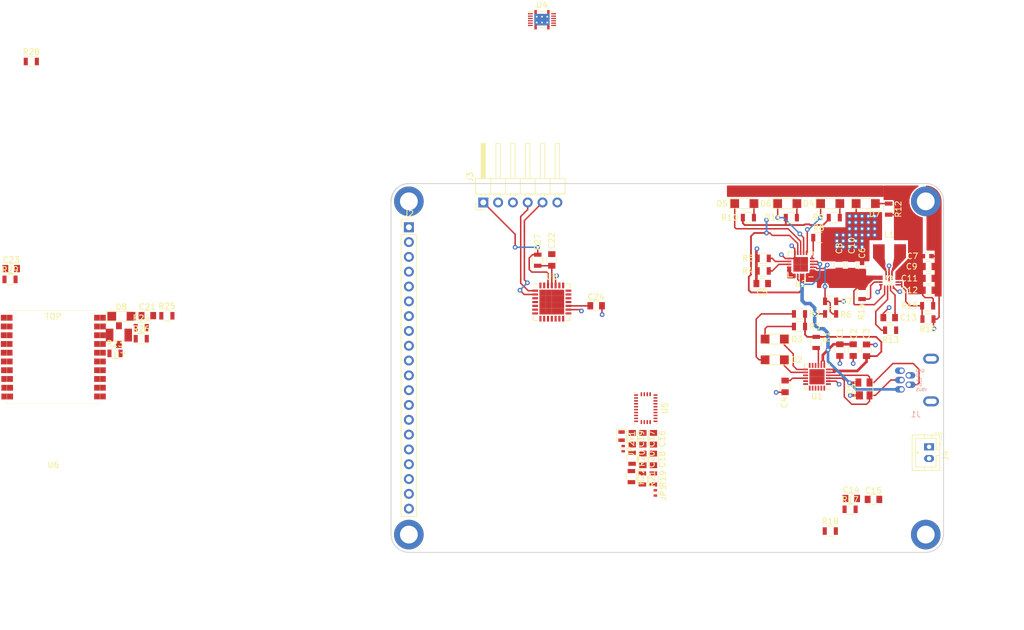
<source format=kicad_pcb>
(kicad_pcb (version 20171130) (host pcbnew "(5.0.2)-1")
  (layers (0 F.Cu signal) (31 B.Cu signal) (34 B.Paste user) (35 F.Paste user) (36 B.SilkS user) (37 F.SilkS user) (38 B.Mask user) (39 F.Mask user) (44 Edge.Cuts user))
  (net 0 "")
  (net 1 GND)
  (net 2 PR_CP_3V3)
  (net 3 "Net-(C4-Pad1)")
  (net 4 V_BAT_OUT)
  (net 5 V_CHG_OUT)
  (net 6 PR_3V3_BB)
  (net 7 "Net-(C13-Pad1)")
  (net 8 "Net-(C14-Pad1)")
  (net 9 V_BAT_IN)
  (net 10 "Net-(C18-Pad1)")
  (net 11 "Net-(C19-Pad2)")
  (net 12 "Net-(C20-Pad2)")
  (net 13 /PIC32/VCAP)
  (net 14 /USB_SERIAL/USB_D-)
  (net 15 /USB_SERIAL/USB_D+)
  (net 16 /USB_SERIAL/TX_LED_AL)
  (net 17 "Net-(D2-Pad2)")
  (net 18 "Net-(D3-Pad2)")
  (net 19 /USB_SERIAL/RX_LED_AL)
  (net 20 "Net-(D4-Pad2)")
  (net 21 "/CHARG CNTR/PG_AL")
  (net 22 "/CHARG CNTR/LBO_AL")
  (net 23 "Net-(D5-Pad2)")
  (net 24 "/CHARG CNTR/CHG_DN_AL")
  (net 25 "Net-(D6-Pad2)")
  (net 26 "Net-(D7-Pad2)")
  (net 27 "Net-(D8-Pad2)")
  (net 28 "Net-(J1-Pad4)")
  (net 29 "Net-(J2-Pad20)")
  (net 30 "Net-(J2-Pad19)")
  (net 31 /PIC32/IM0)
  (net 32 /PIC32/IM1)
  (net 33 /PIC32/IM2)
  (net 34 /PIC32/IM3)
  (net 35 /PIC32/X-)
  (net 36 /PIC32/Y-)
  (net 37 /PIC32/X+)
  (net 38 /PIC32/Y+)
  (net 39 /PIC32/TFT_RESET)
  (net 40 /PIC32/TFT_DC)
  (net 41 /PIC32/TFT_SS)
  (net 42 /PIC32/TFT_SDO)
  (net 43 /PIC32/TFT_SDI)
  (net 44 /PIC32/TFT_SCK)
  (net 45 "Net-(J2-Pad3)")
  (net 46 "Net-(J3-Pad6)")
  (net 47 /PIC32/PGC1)
  (net 48 /PIC32/PGD1)
  (net 49 /PIC32/MCLR)
  (net 50 "Net-(JP1-Pad1)")
  (net 51 /IMU/PS0)
  (net 52 "Net-(JP2-Pad2)")
  (net 53 /IMU/PS1)
  (net 54 "Net-(L1-Pad1)")
  (net 55 "Net-(L1-Pad2)")
  (net 56 "Net-(R1-Pad2)")
  (net 57 "Net-(R4-Pad1)")
  (net 58 "Net-(R5-Pad1)")
  (net 59 "Net-(R6-Pad2)")
  (net 60 "Net-(R8-Pad1)")
  (net 61 V_USB_BUS)
  (net 62 /BUCK/BOOST/PG)
  (net 63 /BUCK/BOOST/EN)
  (net 64 /BUCK/BOOST/FB)
  (net 65 "Net-(R18-Pad2)")
  (net 66 "Net-(R19-Pad2)")
  (net 67 "Net-(R20-Pad2)")
  (net 68 "Net-(R23-Pad2)")
  (net 69 GPS_RX)
  (net 70 "Net-(R24-Pad2)")
  (net 71 "Net-(R25-Pad2)")
  (net 72 GPS_TX)
  (net 73 /GPS/FIX_AH)
  (net 74 SCL)
  (net 75 SDA)
  (net 76 "Net-(U1-Pad24)")
  (net 77 "Net-(U1-Pad23)")
  (net 78 "Net-(U1-Pad22)")
  (net 79 DEB_RX)
  (net 80 DEB_TX)
  (net 81 DEB_CTS)
  (net 82 DEB_RTS)
  (net 83 "Net-(U1-Pad17)")
  (net 84 "Net-(U1-Pad15)")
  (net 85 /USB_SERIAL/CP_GPIO_2)
  (net 86 /USB_SERIAL/CP_GPIO_3)
  (net 87 "Net-(U1-Pad10)")
  (net 88 "Net-(U1-Pad1)")
  (net 89 /GPS/V_BACK)
  (net 90 "Net-(U6-Pad6)")
  (net 91 "Net-(U6-Pad7)")
  (net 92 /GPS/ANT)
  (net 93 "Net-(U6-Pad13)")
  (net 94 "Net-(U6-Pad14)")
  (net 95 "Net-(U6-Pad15)")
  (net 96 "Net-(U6-Pad16)")
  (net 97 "Net-(U6-Pad17)")
  (net 98 "Net-(U6-Pad18)")
  (net 99 "Net-(U6-Pad20)")
  (net 100 "Net-(U8-Pad27)")
  (net 101 "Net-(U8-Pad13)")
  (net 102 /PIC32/U2_CTS)
  (net 103 "Net-(U8-Pad11)")
  (net 104 "Net-(U8-Pad6)")
  (net 105 /PIC32/U2_RTS)
  (net 106 "Net-(U8-Pad3)")
  (net 107 "Net-(U4-Pad9)")
  (net 108 "Net-(U4-Pad11)")
  (net 109 BAT_FUEL_GP)
  (net 110 "Net-(U4-Pad4)")
  (net 111 "Net-(U5-Pad14)")
  (net 112 "Net-(U5-Pad13)")
  (net 113 "Net-(U5-Pad12)")
  (net 114 "Net-(U5-Pad8)")
  (net 115 "Net-(U5-Pad7)")
  (net 116 "Net-(U5-Pad21)")
  (net 117 "Net-(U5-Pad22)")
  (net 118 "Net-(U5-Pad23)")
  (net 119 "Net-(U5-Pad24)")
  (net 120 "Net-(U5-Pad1)")
  (module Housings_LGA:LGA-28_5.2x3.8mm_Pitch0.5mm (layer F.Cu) (at 132.195 95.796 270)
    (fp_text reference U5 (at 0 -3.25 270) (layer F.SilkS))
    (fp_text value BNO055)
    (pad 16 smd rect (at 2.3875 0.75) (size 0.254 0.675) (layers F.Cu F.Paste F.Mask) (net 1 GND))
    (pad 17 smd rect (at 2.3875 0.25) (size 0.254 0.675) (layers F.Cu F.Paste F.Mask) (net 1 GND))
    (pad 18 smd rect (at 2.3875 -0.25) (size 0.254 0.675) (layers F.Cu F.Paste F.Mask) (net 1 GND))
    (pad 15 smd rect (at 2.25 1.6625 270) (size 0.254 0.675) (layers F.Cu F.Paste F.Mask) (net 1 GND))
    (pad 14 smd rect (at 1.75 1.6625 270) (size 0.254 0.675) (layers F.Cu F.Paste F.Mask) (net 111 "Net-(U5-Pad14)"))
    (pad 13 smd rect (at 1.25 1.6625 270) (size 0.254 0.675) (layers F.Cu F.Paste F.Mask) (net 112 "Net-(U5-Pad13)"))
    (pad 12 smd rect (at 0.75 1.6625 270) (size 0.254 0.675) (layers F.Cu F.Paste F.Mask) (net 113 "Net-(U5-Pad12)"))
    (pad 11 smd rect (at 0.25 1.6625 270) (size 0.254 0.675) (layers F.Cu F.Paste F.Mask) (net 67 "Net-(R20-Pad2)"))
    (pad 10 smd rect (at -0.25 1.6625 270) (size 0.254 0.675) (layers F.Cu F.Paste F.Mask) (net 1 GND))
    (pad 9 smd rect (at -0.75 1.6625 270) (size 0.254 0.675) (layers F.Cu F.Paste F.Mask) (net 10 "Net-(C18-Pad1)"))
    (pad 8 smd rect (at -1.25 1.6625 270) (size 0.254 0.675) (layers F.Cu F.Paste F.Mask) (net 114 "Net-(U5-Pad8)"))
    (pad 7 smd rect (at -1.75 1.6625 270) (size 0.254 0.675) (layers F.Cu F.Paste F.Mask) (net 115 "Net-(U5-Pad7)"))
    (pad 20 smd rect (at 2.25 -1.6625 270) (size 0.254 0.675) (layers F.Cu F.Paste F.Mask) (net 75 SDA))
    (pad 21 smd rect (at 1.75 -1.6625 270) (size 0.254 0.675) (layers F.Cu F.Paste F.Mask) (net 116 "Net-(U5-Pad21)"))
    (pad 22 smd rect (at 1.25 -1.6625 270) (size 0.254 0.675) (layers F.Cu F.Paste F.Mask) (net 117 "Net-(U5-Pad22)"))
    (pad 23 smd rect (at 0.75 -1.6625 270) (size 0.254 0.675) (layers F.Cu F.Paste F.Mask) (net 118 "Net-(U5-Pad23)"))
    (pad 24 smd rect (at 0.25 -1.6625 270) (size 0.254 0.675) (layers F.Cu F.Paste F.Mask) (net 119 "Net-(U5-Pad24)"))
    (pad 25 smd rect (at -0.25 -1.6625 270) (size 0.254 0.675) (layers F.Cu F.Paste F.Mask) (net 1 GND))
    (pad 26 smd rect (at -0.75 -1.6625 270) (size 0.254 0.675) (layers F.Cu F.Paste F.Mask) (net 11 "Net-(C19-Pad2)"))
    (pad 27 smd rect (at -1.25 -1.6625 270) (size 0.254 0.675) (layers F.Cu F.Paste F.Mask) (net 12 "Net-(C20-Pad2)"))
    (pad 28 smd rect (at -1.75 -1.6625 270) (size 0.254 0.675) (layers F.Cu F.Paste F.Mask) (net 6 PR_3V3_BB))
    (pad 5 smd rect (at -2.3875 0.75) (size 0.254 0.675) (layers F.Cu F.Paste F.Mask) (net 53 /IMU/PS1))
    (pad 4 smd rect (at -2.3875 0.25) (size 0.254 0.675) (layers F.Cu F.Paste F.Mask) (net 66 "Net-(R19-Pad2)"))
    (pad 3 smd rect (at -2.3875 -0.25) (size 0.254 0.675) (layers F.Cu F.Paste F.Mask) (net 6 PR_3V3_BB))
    (pad 1 smd rect (at -2.25 -1.6625 270) (size 0.254 0.675) (layers F.Cu F.Paste F.Mask) (net 120 "Net-(U5-Pad1)"))
    (pad 2 smd rect (at -2.3875 -0.75) (size 0.254 0.675) (layers F.Cu F.Paste F.Mask) (net 1 GND))
    (pad 6 smd rect (at -2.25 1.6625 270) (size 0.254 0.675) (layers F.Cu F.Paste F.Mask) (net 51 /IMU/PS0))
    (pad 19 smd rect (at 2.3875 -0.75) (size 0.254 0.675) (layers F.Cu F.Paste F.Mask) (net 74 SCL))
  )
  (module Housings_SON:Texas_S-PDSO-N12 (layer F.Cu) (at 114.395001 29.160001)
    (fp_text reference U4 (at -0.000701 -2.517393) (layer F.SilkS))
    (fp_text value BQ27441-G1)
    (pad 13 smd rect (at -1.1 1.365 270) (size 0.575 0.4) (layers F.Cu F.Paste F.Mask) (net 1 GND))
    (pad 13 smd rect (at -1.1 -1.365 270) (size 0.575 0.4) (layers F.Cu F.Paste F.Mask) (net 1 GND))
    (pad 13 smd rect (at 1.1 -1.365 270) (size 0.575 0.4) (layers F.Cu F.Paste F.Mask) (net 1 GND))
    (pad 13 smd rect (at 1.1 1.365 270) (size 0.575 0.4) (layers F.Cu F.Paste F.Mask) (net 1 GND))
    (pad 13 smd rect (at 0.65 0.4875 90) (size 0.975 1.3) (layers F.Cu F.Paste) (net 1 GND))
    (pad 13 smd rect (at -0.65 0.4875 90) (size 0.975 1.3) (layers F.Cu F.Paste) (net 1 GND))
    (pad 13 smd rect (at -0.65 -0.4875 90) (size 0.975 1.3) (layers F.Cu F.Paste) (net 1 GND))
    (pad 13 smd rect (at 0.65 -0.4875 90) (size 0.975 1.3) (layers F.Cu F.Paste) (net 1 GND))
    (pad 13 smd rect (at 0 0 270) (size 1.95 2.6) (layers B.Cu F.Mask) (net 1 GND))
    (pad 13 thru_hole circle (at 0 0.5) (size 0.6 0.6) (drill 0.3) (layers *.Cu) (net 1 GND))
    (pad 13 thru_hole circle (at 0 -0.5) (size 0.6 0.6) (drill 0.3) (layers *.Cu) (net 1 GND))
    (pad 13 thru_hole circle (at -0.9 -0.5) (size 0.6 0.6) (drill 0.3) (layers *.Cu) (net 1 GND))
    (pad 13 thru_hole circle (at 0.9 -0.5) (size 0.6 0.6) (drill 0.3) (layers *.Cu) (net 1 GND))
    (pad 13 thru_hole circle (at 0.9 0.5) (size 0.6 0.6) (drill 0.3) (layers *.Cu) (net 1 GND))
    (pad 13 thru_hole circle (at -0.9 0.5) (size 0.6 0.6) (drill 0.3) (layers *.Cu) (net 1 GND))
    (pad 7 smd rect (at 2.3 1) (size 0.2 0.2) (layers F.Cu F.Paste F.Mask) (net 4 V_BAT_OUT))
    (pad 8 smd rect (at 2.3 0.6) (size 0.2 0.2) (layers F.Cu F.Paste F.Mask) (net 9 V_BAT_IN))
    (pad 9 smd rect (at 2.3 0.2) (size 0.2 0.2) (layers F.Cu F.Paste F.Mask) (net 107 "Net-(U4-Pad9)"))
    (pad 10 smd rect (at 2.3 -0.2) (size 0.2 0.2) (layers F.Cu F.Paste F.Mask) (net 65 "Net-(R18-Pad2)"))
    (pad 11 smd rect (at 2.3 -0.6) (size 0.2 0.2) (layers F.Cu F.Paste F.Mask) (net 108 "Net-(U4-Pad11)"))
    (pad 12 smd rect (at 2.3 -1) (size 0.2 0.2) (layers F.Cu F.Paste F.Mask) (net 109 BAT_FUEL_GP))
    (pad 1 smd rect (at -2.3 -1) (size 0.2 0.2) (layers F.Cu F.Paste F.Mask) (net 75 SDA))
    (pad 2 smd rect (at -2.3 -0.6) (size 0.2 0.2) (layers F.Cu F.Paste F.Mask) (net 74 SCL))
    (pad 6 smd rect (at -2.3 1) (size 0.2 0.2) (layers F.Cu F.Paste F.Mask) (net 9 V_BAT_IN))
    (pad 5 smd rect (at -2.3 0.6) (size 0.2 0.2) (layers F.Cu F.Paste F.Mask) (net 8 "Net-(C14-Pad1)"))
    (pad 4 smd rect (at -2.3 0.2) (size 0.2 0.2) (layers F.Cu F.Paste F.Mask) (net 110 "Net-(U4-Pad4)"))
    (pad 7 smd oval (at 1.975 1) (size 0.85 0.2) (layers F.Cu F.Paste F.Mask) (net 4 V_BAT_OUT))
    (pad 8 smd oval (at 1.975 0.6) (size 0.85 0.2) (layers F.Cu F.Paste F.Mask) (net 9 V_BAT_IN))
    (pad 9 smd oval (at 1.975 0.2) (size 0.85 0.2) (layers F.Cu F.Paste F.Mask) (net 107 "Net-(U4-Pad9)"))
    (pad 10 smd oval (at 1.975 -0.2) (size 0.85 0.2) (layers F.Cu F.Paste F.Mask) (net 65 "Net-(R18-Pad2)"))
    (pad 11 smd oval (at 1.975 -0.6) (size 0.85 0.2) (layers F.Cu F.Paste F.Mask) (net 108 "Net-(U4-Pad11)"))
    (pad 12 smd oval (at 1.975 -1) (size 0.85 0.2) (layers F.Cu F.Paste F.Mask) (net 109 BAT_FUEL_GP))
    (pad 6 smd oval (at -1.975 1) (size 0.85 0.2) (layers F.Cu F.Paste F.Mask) (net 9 V_BAT_IN))
    (pad 5 smd oval (at -1.975 0.6) (size 0.85 0.2) (layers F.Cu F.Paste F.Mask) (net 8 "Net-(C14-Pad1)"))
    (pad 4 smd oval (at -1.975 0.2) (size 0.85 0.2) (layers F.Cu F.Paste F.Mask) (net 110 "Net-(U4-Pad4)"))
    (pad 1 smd oval (at -1.975 -1) (size 0.85 0.2) (layers F.Cu F.Paste F.Mask) (net 75 SDA))
    (pad 2 smd oval (at -1.975 -0.6) (size 0.85 0.2) (layers F.Cu F.Paste F.Mask) (net 74 SCL))
    (pad 3 smd oval (at -1.975 -0.2) (size 0.85 0.2) (layers F.Cu F.Paste F.Mask) (net 1 GND))
    (pad 3 smd rect (at -2.3 -0.2) (size 0.2 0.2) (layers F.Cu F.Paste F.Mask) (net 1 GND))
    (pad 13 smd rect (at -1.1 -1.3125 270) (size 0.675 0.4) (layers F.Cu F.Mask) (net 1 GND))
    (pad 13 smd rect (at 1.1 -1.3125 270) (size 0.675 0.4) (layers F.Cu F.Mask) (net 1 GND))
    (pad 13 smd rect (at 1.1 1.3125 270) (size 0.675 0.4) (layers F.Cu F.Mask) (net 1 GND))
    (pad 13 smd rect (at -1.1 1.3125 270) (size 0.675 0.4) (layers F.Cu F.Mask) (net 1 GND))
    (pad 13 smd rect (at 0 0 270) (size 1.95 2.6) (layers F.Cu F.Mask) (net 1 GND))
  )
  (module Capacitors_SMD:C_0805 (layer F.Cu) (at 165.481 85.836 270)
    (fp_text reference C1 (at -2.905 0 270) (layer F.SilkS))
    (fp_text value .1uF)
    (pad 1 smd rect (at -1 0 270) (size 1 1.25) (layers F.Cu F.Paste F.Mask) (net 61 V_USB_BUS))
    (pad 2 smd rect (at 1 0 270) (size 1 1.25) (layers F.Cu F.Paste F.Mask) (net 1 GND))
  )
  (module Capacitors_SMD:C_0805 (layer F.Cu) (at 167.767 85.836 270)
    (fp_text reference C2 (at -2.778 -0.127 270) (layer F.SilkS))
    (fp_text value 10uF)
    (pad 2 smd rect (at 1 0 270) (size 1 1.25) (layers F.Cu F.Paste F.Mask) (net 1 GND))
    (pad 1 smd rect (at -1 0 270) (size 1 1.25) (layers F.Cu F.Paste F.Mask) (net 61 V_USB_BUS))
  )
  (module Capacitors_SMD:C_0805 (layer F.Cu) (at 170.053 85.868 90)
    (fp_text reference C3 (at 2.81 0 90) (layer F.SilkS))
    (fp_text value 10uF)
    (pad 1 smd rect (at -1 0 90) (size 1 1.25) (layers F.Cu F.Paste F.Mask) (net 2 PR_CP_3V3))
    (pad 2 smd rect (at 1 0 90) (size 1 1.25) (layers F.Cu F.Paste F.Mask) (net 1 GND))
  )
  (module Capacitors_SMD:C_0805 (layer F.Cu) (at 156.083 92.059 270)
    (fp_text reference C4 (at 2.778 0.127 270) (layer F.SilkS))
    (fp_text value 10uF)
    (pad 1 smd rect (at -1 0 270) (size 1 1.25) (layers F.Cu F.Paste F.Mask) (net 3 "Net-(C4-Pad1)"))
    (pad 2 smd rect (at 1 0 270) (size 1 1.25) (layers F.Cu F.Paste F.Mask) (net 1 GND))
  )
  (module Capacitors_SMD:C_0805 (layer F.Cu) (at 152.162 74.422 180)
    (fp_text reference C5 (at 0 -1.5 180) (layer F.SilkS))
    (fp_text value 10uF)
    (pad 2 smd rect (at 1 0 180) (size 1 1.25) (layers F.Cu F.Paste F.Mask) (net 1 GND))
    (pad 1 smd rect (at -1 0 180) (size 1 1.25) (layers F.Cu F.Paste F.Mask) (net 4 V_BAT_OUT))
  )
  (module Capacitors_SMD:C_0603 (layer F.Cu) (at 169.291 71.616 90)
    (fp_text reference C6 (at 2.425 0 90) (layer F.SilkS))
    (fp_text value 10uF_6)
    (pad 2 smd rect (at 0.75 0 90) (size 0.8 0.75) (layers F.Cu F.Paste F.Mask) (net 1 GND))
    (pad 1 smd rect (at -0.75 0 90) (size 0.8 0.75) (layers F.Cu F.Paste F.Mask) (net 5 V_CHG_OUT))
  )
  (module Capacitors_SMD:C_0603 (layer F.Cu) (at 180.455 69.723)
    (fp_text reference C7 (at -2.528 0) (layer F.SilkS))
    (fp_text value 10uF_6)
    (pad 1 smd rect (at -0.75 0) (size 0.8 0.75) (layers F.Cu F.Paste F.Mask) (net 6 PR_3V3_BB))
    (pad 2 smd rect (at 0.75 0) (size 0.8 0.75) (layers F.Cu F.Paste F.Mask) (net 1 GND))
  )
  (module Capacitors_SMD:C_0805 (layer F.Cu) (at 165.354 71.1995 90)
    (fp_text reference C8 (at 2.81 0 90) (layer F.SilkS))
    (fp_text value 10uF)
    (pad 2 smd rect (at 1 0 90) (size 1 1.25) (layers F.Cu F.Paste F.Mask) (net 1 GND))
    (pad 1 smd rect (at -1 0 90) (size 1 1.25) (layers F.Cu F.Paste F.Mask) (net 5 V_CHG_OUT))
  )
  (module Capacitors_SMD:C_0805 (layer F.Cu) (at 180.705 71.501)
    (fp_text reference C9 (at -2.905 0) (layer F.SilkS))
    (fp_text value 22uF)
    (pad 1 smd rect (at -1 0) (size 1 1.25) (layers F.Cu F.Paste F.Mask) (net 6 PR_3V3_BB))
    (pad 2 smd rect (at 1 0) (size 1 1.25) (layers F.Cu F.Paste F.Mask) (net 1 GND))
  )
  (module Capacitors_SMD:C_0805 (layer F.Cu) (at 167.513 71.231 90)
    (fp_text reference C10 (at 3.318 0 90) (layer F.SilkS))
    (fp_text value 10uF)
    (pad 2 smd rect (at 1 0 90) (size 1 1.25) (layers F.Cu F.Paste F.Mask) (net 1 GND))
    (pad 1 smd rect (at -1 0 90) (size 1 1.25) (layers F.Cu F.Paste F.Mask) (net 5 V_CHG_OUT))
  )
  (module Capacitors_SMD:C_0805 (layer F.Cu) (at 180.705 73.533)
    (fp_text reference C11 (at -3.286 0) (layer F.SilkS))
    (fp_text value 22uF)
    (pad 2 smd rect (at 1 0) (size 1 1.25) (layers F.Cu F.Paste F.Mask) (net 1 GND))
    (pad 1 smd rect (at -1 0) (size 1 1.25) (layers F.Cu F.Paste F.Mask) (net 6 PR_3V3_BB))
  )
  (module Capacitors_SMD:C_0805 (layer F.Cu) (at 180.705 75.565)
    (fp_text reference C12 (at -3.286 0) (layer F.SilkS))
    (fp_text value 22uF)
    (pad 1 smd rect (at -1 0) (size 1 1.25) (layers F.Cu F.Paste F.Mask) (net 6 PR_3V3_BB))
    (pad 2 smd rect (at 1 0) (size 1 1.25) (layers F.Cu F.Paste F.Mask) (net 1 GND))
  )
  (module Capacitors_SMD:C_0805 (layer F.Cu) (at 173.9425 80.264 180)
    (fp_text reference C13 (at -3.286 0 180) (layer F.SilkS))
    (fp_text value .1uF)
    (pad 2 smd rect (at 1 0 180) (size 1 1.25) (layers F.Cu F.Paste F.Mask) (net 1 GND))
    (pad 1 smd rect (at -1 0 180) (size 1 1.25) (layers F.Cu F.Paste F.Mask) (net 7 "Net-(C13-Pad1)"))
  )
  (module Capacitors_SMD:C_0805 (layer F.Cu) (at 167.438001 111.289001)
    (fp_text reference C14 (at 0 -1.5) (layer F.SilkS))
    (fp_text value .1uF)
    (pad 1 smd rect (at -1 0) (size 1 1.25) (layers F.Cu F.Paste F.Mask) (net 8 "Net-(C14-Pad1)"))
    (pad 2 smd rect (at 1 0) (size 1 1.25) (layers F.Cu F.Paste F.Mask) (net 1 GND))
  )
  (module Capacitors_SMD:C_0805 (layer F.Cu) (at 171.2435 111.4425)
    (fp_text reference C15 (at 0 -1.5) (layer F.SilkS))
    (fp_text value 1uF)
    (pad 1 smd rect (at -1 0) (size 1 1.25) (layers F.Cu F.Paste F.Mask) (net 9 V_BAT_IN))
    (pad 2 smd rect (at 1 0) (size 1 1.25) (layers F.Cu F.Paste F.Mask) (net 1 GND))
  )
  (module Capacitors_SMD:C_0805 (layer F.Cu) (at 133.519499 101.035501 270)
    (fp_text reference C16 (at 0 -1.5 270) (layer F.SilkS))
    (fp_text value .1uF)
    (pad 1 smd rect (at -1 0 270) (size 1 1.25) (layers F.Cu F.Paste F.Mask) (net 6 PR_3V3_BB))
    (pad 2 smd rect (at 1 0 270) (size 1 1.25) (layers F.Cu F.Paste F.Mask) (net 1 GND))
  )
  (module Capacitors_SMD:C_0805 (layer F.Cu) (at 131.699499 101.035501 270)
    (fp_text reference C17 (at 0 -1.5 270) (layer F.SilkS))
    (fp_text value .1uF)
    (pad 2 smd rect (at 1 0 270) (size 1 1.25) (layers F.Cu F.Paste F.Mask) (net 1 GND))
    (pad 1 smd rect (at -1 0 270) (size 1 1.25) (layers F.Cu F.Paste F.Mask) (net 6 PR_3V3_BB))
  )
  (module Capacitors_SMD:C_0805 (layer F.Cu) (at 133.519499 104.585501 270)
    (fp_text reference C18 (at 0 -1.5 270) (layer F.SilkS))
    (fp_text value .1uF)
    (pad 1 smd rect (at -1 0 270) (size 1 1.25) (layers F.Cu F.Paste F.Mask) (net 10 "Net-(C18-Pad1)"))
    (pad 2 smd rect (at 1 0 270) (size 1 1.25) (layers F.Cu F.Paste F.Mask) (net 1 GND))
  )
  (module Capacitors_SMD:C_0805 (layer F.Cu) (at 129.879499 101.035501 270)
    (fp_text reference C19 (at 0 -1.5 270) (layer F.SilkS))
    (fp_text value 22pF)
    (pad 1 smd rect (at -1 0 270) (size 1 1.25) (layers F.Cu F.Paste F.Mask) (net 1 GND))
    (pad 2 smd rect (at 1 0 270) (size 1 1.25) (layers F.Cu F.Paste F.Mask) (net 11 "Net-(C19-Pad2)"))
  )
  (module Capacitors_SMD:C_0805 (layer F.Cu) (at 131.699499 104.585501 270)
    (fp_text reference C20 (at 0 -1.5 270) (layer F.SilkS))
    (fp_text value 22pF)
    (pad 2 smd rect (at 1 0 270) (size 1 1.25) (layers F.Cu F.Paste F.Mask) (net 12 "Net-(C20-Pad2)"))
    (pad 1 smd rect (at -1 0 270) (size 1 1.25) (layers F.Cu F.Paste F.Mask) (net 1 GND))
  )
  (module Capacitors_SMD:C_0805 (layer F.Cu) (at 46.715001 79.920001)
    (fp_text reference C21 (at 0 -1.5) (layer F.SilkS))
    (fp_text value .1uF)
    (pad 2 smd rect (at 1 0) (size 1 1.25) (layers F.Cu F.Paste F.Mask) (net 1 GND))
    (pad 1 smd rect (at -1 0) (size 1 1.25) (layers F.Cu F.Paste F.Mask) (net 6 PR_3V3_BB))
  )
  (module Capacitors_SMD:C_0805 (layer F.Cu) (at 116.078 70.374 90)
    (fp_text reference C22 (at 3.318 0 90) (layer F.SilkS))
    (fp_text value .1uF)
    (pad 1 smd rect (at -1 0 90) (size 1 1.25) (layers F.Cu F.Paste F.Mask) (net 6 PR_3V3_BB))
    (pad 2 smd rect (at 1 0 90) (size 1 1.25) (layers F.Cu F.Paste F.Mask) (net 1 GND))
  )
  (module Capacitors_SMD:C_0805 (layer F.Cu) (at 23.365001 71.860001)
    (fp_text reference C23 (at 0 -1.5) (layer F.SilkS))
    (fp_text value .1uF)
    (pad 2 smd rect (at 1 0) (size 1 1.25) (layers F.Cu F.Paste F.Mask) (net 1 GND))
    (pad 1 smd rect (at -1 0) (size 1 1.25) (layers F.Cu F.Paste F.Mask) (net 6 PR_3V3_BB))
  )
  (module Capacitors_SMD:C_0805 (layer F.Cu) (at 123.682 78.232)
    (fp_text reference C24 (at 0 -1.5) (layer F.SilkS))
    (fp_text value 10uF)
    (pad 2 smd rect (at 1 0) (size 1 1.25) (layers F.Cu F.Paste F.Mask) (net 1 GND))
    (pad 1 smd rect (at -1 0) (size 1 1.25) (layers F.Cu F.Paste F.Mask) (net 13 /PIC32/VCAP))
  )
  (module TO_SOT_Packages_SMD:SOT-143 (layer F.Cu) (at 169.611 92.499 90)
    (fp_text reference D1 (at 0.02 -2.38 90) (layer F.SilkS))
    (fp_text value SP0503BAHT)
    (pad 4 smd rect (at 1.1 -0.95) (size 1 1.4) (layers F.Cu F.Paste F.Mask) (net 61 V_USB_BUS))
    (pad 3 smd rect (at 1.1 0.95) (size 1 1.4) (layers F.Cu F.Paste F.Mask) (net 14 /USB_SERIAL/USB_D-))
    (pad 2 smd rect (at -1.1 0.95) (size 1 1.4) (layers F.Cu F.Paste F.Mask) (net 15 /USB_SERIAL/USB_D+))
    (pad 1 smd rect (at -1.1 -0.77) (size 1.2 1.4) (layers F.Cu F.Paste F.Mask) (net 1 GND))
  )
  (module LEDs:LED_1206 (layer F.Cu) (at 154.306 87.503 180)
    (fp_text reference D2 (at -3.809 0 180) (layer F.SilkS))
    (fp_text value TX_LED)
    (pad 1 smd rect (at -1.65 0) (size 1.5 1.5) (layers F.Cu F.Paste F.Mask) (net 16 /USB_SERIAL/TX_LED_AL))
    (pad 2 smd rect (at 1.65 0) (size 1.5 1.5) (layers F.Cu F.Paste F.Mask) (net 17 "Net-(D2-Pad2)"))
  )
  (module LEDs:LED_1206 (layer F.Cu) (at 154.304 83.947 180)
    (fp_text reference D3 (at -3.809 0 180) (layer F.SilkS))
    (fp_text value RX_LED)
    (pad 2 smd rect (at 1.65 0) (size 1.5 1.5) (layers F.Cu F.Paste F.Mask) (net 18 "Net-(D3-Pad2)"))
    (pad 1 smd rect (at -1.65 0) (size 1.5 1.5) (layers F.Cu F.Paste F.Mask) (net 19 /USB_SERIAL/RX_LED_AL))
  )
  (module LEDs:LED_1206 (layer F.Cu) (at 163.829 60.706)
    (fp_text reference D4 (at -3.682 0) (layer F.SilkS))
    (fp_text value LED)
    (pad 2 smd rect (at 1.65 0 180) (size 1.5 1.5) (layers F.Cu F.Paste F.Mask) (net 20 "Net-(D4-Pad2)"))
    (pad 1 smd rect (at -1.65 0 180) (size 1.5 1.5) (layers F.Cu F.Paste F.Mask) (net 21 "/CHARG CNTR/PG_AL"))
  )
  (module LEDs:LED_1206 (layer F.Cu) (at 149.097 60.706)
    (fp_text reference D5 (at -3.809 0) (layer F.SilkS))
    (fp_text value LED)
    (pad 1 smd rect (at -1.65 0 180) (size 1.5 1.5) (layers F.Cu F.Paste F.Mask) (net 22 "/CHARG CNTR/LBO_AL"))
    (pad 2 smd rect (at 1.65 0 180) (size 1.5 1.5) (layers F.Cu F.Paste F.Mask) (net 23 "Net-(D5-Pad2)"))
  )
  (module LEDs:LED_1206 (layer F.Cu) (at 156.463 60.706)
    (fp_text reference D6 (at -3.682 0) (layer F.SilkS))
    (fp_text value LED)
    (pad 1 smd rect (at -1.65 0 180) (size 1.5 1.5) (layers F.Cu F.Paste F.Mask) (net 24 "/CHARG CNTR/CHG_DN_AL"))
    (pad 2 smd rect (at 1.65 0 180) (size 1.5 1.5) (layers F.Cu F.Paste F.Mask) (net 25 "Net-(D6-Pad2)"))
  )
  (module LEDs:LED_1206 (layer F.Cu) (at 169.927 60.706)
    (fp_text reference D7 (at 1.523 1.778) (layer F.SilkS))
    (fp_text value 3V_LED)
    (pad 1 smd rect (at -1.65 0 180) (size 1.5 1.5) (layers F.Cu F.Paste F.Mask) (net 1 GND))
    (pad 2 smd rect (at 1.65 0 180) (size 1.5 1.5) (layers F.Cu F.Paste F.Mask) (net 26 "Net-(D7-Pad2)"))
  )
  (module LEDs:LED_1206 (layer F.Cu) (at 42.265001 80.035001)
    (fp_text reference D8 (at 0 -1.6) (layer F.SilkS))
    (fp_text value FIX)
    (pad 2 smd rect (at 1.65 0 180) (size 1.5 1.5) (layers F.Cu F.Paste F.Mask) (net 27 "Net-(D8-Pad2)"))
    (pad 1 smd rect (at -1.65 0 180) (size 1.5 1.5) (layers F.Cu F.Paste F.Mask) (net 1 GND))
  )
  (module custom:USB_B_Mini_Molex (layer B.Cu) (at 178.527 90.97 180)
    (fp_text reference J1 (at 0.03 -5.875 180) (layer B.SilkS) (effects (justify mirror)))
    (fp_text value USB_B_Mini)
    (fp_text user GND (at -0.75 1.6 180) (layer B.SilkS) (effects (font (size 0.5 0.5) (thickness 0.1)) (justify mirror)))
    (fp_text user ID (at -0.35 0.8 180) (layer B.SilkS) (effects (font (size 0.5 0.5) (thickness 0.1)) (justify mirror)))
    (fp_text user D- (at -0.5 -0.8 180) (layer B.SilkS) (effects (font (size 0.5 0.5) (thickness 0.1)) (justify mirror)))
    (fp_text user D+ (at -0.5 0 180) (layer B.SilkS) (effects (font (size 0.5 0.5) (thickness 0.1)) (justify mirror)))
    (fp_text user VBUS (at -0.95 -1.65 180) (layer B.SilkS) (effects (font (size 0.5 0.5) (thickness 0.1)) (justify mirror)))
    (pad 1 thru_hole oval (at 2.45 -1.6 180) (size 1.65 1.1) (drill 0.7 (offset 0.3 0)) (layers *.Cu *.Mask) (net 61 V_USB_BUS))
    (pad 2 thru_hole oval (at 1.235 -0.8) (size 1.65 1.1) (drill 0.7 (offset 0.3 0)) (layers *.Cu *.Mask) (net 14 /USB_SERIAL/USB_D-))
    (pad 3 thru_hole oval (at 2.45 0 180) (size 1.65 1.1) (drill 0.7 (offset 0.3 0)) (layers *.Cu *.Mask) (net 15 /USB_SERIAL/USB_D+))
    (pad 4 thru_hole oval (at 1.25 0.8) (size 1.65 1.1) (drill 0.7 (offset 0.3 0)) (layers *.Cu *.Mask) (net 28 "Net-(J1-Pad4)"))
    (pad 5 thru_hole oval (at 2.45 1.6 180) (size 1.65 1.1) (drill 0.7 (offset 0.3 0)) (layers *.Cu *.Mask) (net 1 GND))
    (pad 6 thru_hole oval (at -2.6 -3.65 180) (size 2.7 1.7) (drill oval 1.9 0.9) (layers *.Cu *.Mask) (net 1 GND))
    (pad 6 thru_hole oval (at -2.6 3.65 180) (size 2.7 1.7) (drill oval 1.9 0.9) (layers *.Cu *.Mask) (net 1 GND))
  )
  (module Pin_Headers:Pin_Header_Straight_1x20_Pitch2.54mm (layer F.Cu) (at 91.567 64.77)
    (fp_text reference J2 (at 0 -2.33) (layer F.SilkS))
    (fp_text value TFT_INPUT)
    (pad 20 thru_hole oval (at 0 48.26) (size 1.7 1.7) (drill 1) (layers *.Cu *.Mask) (net 29 "Net-(J2-Pad20)"))
    (pad 19 thru_hole oval (at 0 45.72) (size 1.7 1.7) (drill 1) (layers *.Cu *.Mask) (net 30 "Net-(J2-Pad19)"))
    (pad 18 thru_hole oval (at 0 43.18) (size 1.7 1.7) (drill 1) (layers *.Cu *.Mask) (net 31 /PIC32/IM0))
    (pad 17 thru_hole oval (at 0 40.64) (size 1.7 1.7) (drill 1) (layers *.Cu *.Mask) (net 32 /PIC32/IM1))
    (pad 16 thru_hole oval (at 0 38.1) (size 1.7 1.7) (drill 1) (layers *.Cu *.Mask) (net 33 /PIC32/IM2))
    (pad 15 thru_hole oval (at 0 35.56) (size 1.7 1.7) (drill 1) (layers *.Cu *.Mask) (net 34 /PIC32/IM3))
    (pad 14 thru_hole oval (at 0 33.02) (size 1.7 1.7) (drill 1) (layers *.Cu *.Mask) (net 35 /PIC32/X-))
    (pad 13 thru_hole oval (at 0 30.48) (size 1.7 1.7) (drill 1) (layers *.Cu *.Mask) (net 36 /PIC32/Y-))
    (pad 12 thru_hole oval (at 0 27.94) (size 1.7 1.7) (drill 1) (layers *.Cu *.Mask) (net 37 /PIC32/X+))
    (pad 11 thru_hole oval (at 0 25.4) (size 1.7 1.7) (drill 1) (layers *.Cu *.Mask) (net 38 /PIC32/Y+))
    (pad 10 thru_hole oval (at 0 22.86) (size 1.7 1.7) (drill 1) (layers *.Cu *.Mask) (net 6 PR_3V3_BB))
    (pad 9 thru_hole oval (at 0 20.32) (size 1.7 1.7) (drill 1) (layers *.Cu *.Mask) (net 39 /PIC32/TFT_RESET))
    (pad 8 thru_hole oval (at 0 17.78) (size 1.7 1.7) (drill 1) (layers *.Cu *.Mask) (net 40 /PIC32/TFT_DC))
    (pad 7 thru_hole oval (at 0 15.24) (size 1.7 1.7) (drill 1) (layers *.Cu *.Mask) (net 41 /PIC32/TFT_SS))
    (pad 6 thru_hole oval (at 0 12.7) (size 1.7 1.7) (drill 1) (layers *.Cu *.Mask) (net 42 /PIC32/TFT_SDO))
    (pad 5 thru_hole oval (at 0 10.16) (size 1.7 1.7) (drill 1) (layers *.Cu *.Mask) (net 43 /PIC32/TFT_SDI))
    (pad 4 thru_hole oval (at 0 7.62) (size 1.7 1.7) (drill 1) (layers *.Cu *.Mask) (net 44 /PIC32/TFT_SCK))
    (pad 3 thru_hole oval (at 0 5.08) (size 1.7 1.7) (drill 1) (layers *.Cu *.Mask) (net 45 "Net-(J2-Pad3)"))
    (pad 2 thru_hole oval (at 0 2.54) (size 1.7 1.7) (drill 1) (layers *.Cu *.Mask) (net 6 PR_3V3_BB))
    (pad 1 thru_hole rect (at 0 0) (size 1.7 1.7) (drill 1) (layers *.Cu *.Mask) (net 1 GND))
  )
  (module Pin_Headers:Pin_Header_Angled_1x06_Pitch2.54mm (layer F.Cu) (at 104.3305 60.5155 90)
    (fp_text reference J3 (at 4.385 -2.27 90) (layer F.SilkS))
    (fp_text value PicKit_INPUT)
    (pad 6 thru_hole oval (at 0 12.7 90) (size 1.7 1.7) (drill 1) (layers *.Cu *.Mask) (net 46 "Net-(J3-Pad6)"))
    (pad 5 thru_hole oval (at 0 10.16 90) (size 1.7 1.7) (drill 1) (layers *.Cu *.Mask) (net 47 /PIC32/PGC1))
    (pad 4 thru_hole oval (at 0 7.62 90) (size 1.7 1.7) (drill 1) (layers *.Cu *.Mask) (net 48 /PIC32/PGD1))
    (pad 3 thru_hole oval (at 0 5.08 90) (size 1.7 1.7) (drill 1) (layers *.Cu *.Mask) (net 1 GND))
    (pad 2 thru_hole oval (at 0 2.54 90) (size 1.7 1.7) (drill 1) (layers *.Cu *.Mask) (net 6 PR_3V3_BB))
    (pad 1 thru_hole rect (at 0 0 90) (size 1.7 1.7) (drill 1) (layers *.Cu *.Mask) (net 49 /PIC32/MCLR))
  )
  (module Connectors_JST:JST_PH_B2B-PH-K_02x2.00mm_Straight (layer F.Cu) (at 180.7845 102.4255 270)
    (fp_text reference J4 (at 1.5 -2.8 270) (layer F.SilkS))
    (fp_text value BATT_JST)
    (pad 2 thru_hole oval (at 2 0 270) (size 1.2 1.7) (drill 0.75) (layers *.Cu *.Mask) (net 9 V_BAT_IN))
    (pad 1 thru_hole rect (at 0 0 270) (size 1.2 1.7) (drill 0.75) (layers *.Cu *.Mask) (net 1 GND))
  )
  (module Resistors_SMD:R_0402 (layer F.Cu) (at 133.839499 110.335501 270)
    (fp_text reference JP1 (at 0 -1.35 270) (layer F.SilkS))
    (fp_text value Jumper)
    (pad 1 smd rect (at -0.45 0 270) (size 0.4 0.6) (layers F.Cu F.Paste F.Mask) (net 50 "Net-(JP1-Pad1)"))
    (pad 2 smd rect (at 0.45 0 270) (size 0.4 0.6) (layers F.Cu F.Paste F.Mask) (net 51 /IMU/PS0))
  )
  (module Resistors_SMD:R_0402 (layer F.Cu) (at 128.319499 102.735501 270)
    (fp_text reference JP2 (at 0 -1.35 270) (layer F.SilkS))
    (fp_text value Jumper)
    (pad 2 smd rect (at 0.45 0 270) (size 0.4 0.6) (layers F.Cu F.Paste F.Mask) (net 52 "Net-(JP2-Pad2)"))
    (pad 1 smd rect (at -0.45 0 270) (size 0.4 0.6) (layers F.Cu F.Paste F.Mask) (net 53 /IMU/PS1))
  )
  (module custom:Inductor_BB (layer F.Cu) (at 173.964851 68.891898 180)
    (fp_text reference L1 (at 0 2.844 180) (layer F.SilkS))
    (fp_text value 1.5uH)
    (pad 1 smd rect (at -1.85 0.05 180) (size 2 2.3) (layers F.Cu F.Paste F.Mask) (net 54 "Net-(L1-Pad1)"))
    (pad 2 smd rect (at 1.8 0.05 180) (size 2 2.3) (layers F.Cu F.Paste F.Mask) (net 55 "Net-(L1-Pad2)"))
  )
  (module Resistors_SMD:R_0805 (layer F.Cu) (at 161.417 84.521 270)
    (fp_text reference R1 (at -0.955 -1.778 270) (layer F.SilkS))
    (fp_text value 10k)
    (pad 2 smd rect (at 0.95 0 270) (size 0.7 1.3) (layers F.Cu F.Paste F.Mask) (net 56 "Net-(R1-Pad2)"))
    (pad 1 smd rect (at -0.95 0 270) (size 0.7 1.3) (layers F.Cu F.Paste F.Mask) (net 2 PR_CP_3V3))
  )
  (module Resistors_SMD:R_0805 (layer F.Cu) (at 158.557 79.629 180)
    (fp_text reference R2 (at -2.606 0 180) (layer F.SilkS))
    (fp_text value 1k)
    (pad 1 smd rect (at -0.95 0 180) (size 0.7 1.3) (layers F.Cu F.Paste F.Mask) (net 2 PR_CP_3V3))
    (pad 2 smd rect (at 0.95 0 180) (size 0.7 1.3) (layers F.Cu F.Paste F.Mask) (net 17 "Net-(D2-Pad2)"))
  )
  (module Resistors_SMD:R_0805 (layer F.Cu) (at 158.557 81.788 180)
    (fp_text reference R3 (at -2.606 0 180) (layer F.SilkS))
    (fp_text value 1k)
    (pad 2 smd rect (at 0.95 0 180) (size 0.7 1.3) (layers F.Cu F.Paste F.Mask) (net 18 "Net-(D3-Pad2)"))
    (pad 1 smd rect (at -0.95 0 180) (size 0.7 1.3) (layers F.Cu F.Paste F.Mask) (net 2 PR_CP_3V3))
  )
  (module Resistors_SMD:R_0805 (layer F.Cu) (at 152.334 72.263 180)
    (fp_text reference R4 (at 2.606 0 180) (layer F.SilkS))
    (fp_text value 2k)
    (pad 1 smd rect (at -0.95 0 180) (size 0.7 1.3) (layers F.Cu F.Paste F.Mask) (net 57 "Net-(R4-Pad1)"))
    (pad 2 smd rect (at 0.95 0 180) (size 0.7 1.3) (layers F.Cu F.Paste F.Mask) (net 1 GND))
  )
  (module Resistors_SMD:R_0805 (layer F.Cu) (at 152.339 70.104 180)
    (fp_text reference R5 (at 2.601 0 180) (layer F.SilkS))
    (fp_text value 100k)
    (pad 1 smd rect (at -0.95 0 180) (size 0.7 1.3) (layers F.Cu F.Paste F.Mask) (net 58 "Net-(R5-Pad1)"))
    (pad 2 smd rect (at 0.95 0 180) (size 0.7 1.3) (layers F.Cu F.Paste F.Mask) (net 1 GND))
  )
  (module Resistors_SMD:R_0805 (layer F.Cu) (at 163.891 79.629)
    (fp_text reference R6 (at 2.606 0.127) (layer F.SilkS))
    (fp_text value 270k)
    (pad 2 smd rect (at 0.95 0) (size 0.7 1.3) (layers F.Cu F.Paste F.Mask) (net 59 "Net-(R6-Pad2)"))
    (pad 1 smd rect (at -0.95 0) (size 0.7 1.3) (layers F.Cu F.Paste F.Mask) (net 61 V_USB_BUS))
  )
  (module Resistors_SMD:R_0805 (layer F.Cu) (at 163.891 77.47)
    (fp_text reference R7 (at 2.733 0) (layer F.SilkS))
    (fp_text value 100k)
    (pad 1 smd rect (at -0.95 0) (size 0.7 1.3) (layers F.Cu F.Paste F.Mask) (net 59 "Net-(R6-Pad2)"))
    (pad 2 smd rect (at 0.95 0) (size 0.7 1.3) (layers F.Cu F.Paste F.Mask) (net 1 GND))
  )
  (module Resistors_SMD:R_0805 (layer F.Cu) (at 161.864 66.548)
    (fp_text reference R8 (at 0 -1.65) (layer F.SilkS))
    (fp_text value 10k)
    (pad 2 smd rect (at 0.95 0) (size 0.7 1.3) (layers F.Cu F.Paste F.Mask) (net 1 GND))
    (pad 1 smd rect (at -0.95 0) (size 0.7 1.3) (layers F.Cu F.Paste F.Mask) (net 60 "Net-(R8-Pad1)"))
  )
  (module Resistors_SMD:R_0805 (layer F.Cu) (at 164.526 63.119)
    (fp_text reference R9 (at -2.728 0) (layer F.SilkS))
    (fp_text value 1k)
    (pad 1 smd rect (at -0.95 0) (size 0.7 1.3) (layers F.Cu F.Paste F.Mask) (net 61 V_USB_BUS))
    (pad 2 smd rect (at 0.95 0) (size 0.7 1.3) (layers F.Cu F.Paste F.Mask) (net 20 "Net-(D4-Pad2)"))
  )
  (module Resistors_SMD:R_0805 (layer F.Cu) (at 149.794 63.119)
    (fp_text reference R10 (at -3.236 0) (layer F.SilkS))
    (fp_text value 1k)
    (pad 2 smd rect (at 0.95 0) (size 0.7 1.3) (layers F.Cu F.Paste F.Mask) (net 23 "Net-(D5-Pad2)"))
    (pad 1 smd rect (at -0.95 0) (size 0.7 1.3) (layers F.Cu F.Paste F.Mask) (net 61 V_USB_BUS))
  )
  (module Resistors_SMD:R_0805 (layer F.Cu) (at 157.16 63.119)
    (fp_text reference R11 (at -3.109 0) (layer F.SilkS))
    (fp_text value 1k)
    (pad 2 smd rect (at 0.95 0) (size 0.7 1.3) (layers F.Cu F.Paste F.Mask) (net 25 "Net-(D6-Pad2)"))
    (pad 1 smd rect (at -0.95 0) (size 0.7 1.3) (layers F.Cu F.Paste F.Mask) (net 61 V_USB_BUS))
  )
  (module Resistors_SMD:R_0805 (layer F.Cu) (at 173.863 61.661 270)
    (fp_text reference R12 (at 0 -1.65 270) (layer F.SilkS))
    (fp_text value 1k)
    (pad 2 smd rect (at 0.95 0 270) (size 0.7 1.3) (layers F.Cu F.Paste F.Mask) (net 6 PR_3V3_BB))
    (pad 1 smd rect (at -0.95 0 270) (size 0.7 1.3) (layers F.Cu F.Paste F.Mask) (net 26 "Net-(D7-Pad2)"))
  )
  (module Resistors_SMD:R_0805 (layer F.Cu) (at 174.183 82.423 180)
    (fp_text reference R13 (at 0 -1.65 180) (layer F.SilkS))
    (fp_text value 100k)
    (pad 2 smd rect (at 0.95 0 180) (size 0.7 1.3) (layers F.Cu F.Paste F.Mask) (net 62 /BUCK/BOOST/PG))
    (pad 1 smd rect (at -0.95 0 180) (size 0.7 1.3) (layers F.Cu F.Paste F.Mask) (net 6 PR_3V3_BB))
  )
  (module Resistors_SMD:R_0805 (layer F.Cu) (at 169.291 76.134 270)
    (fp_text reference R14 (at 3.114 0.127 270) (layer F.SilkS))
    (fp_text value 10k)
    (pad 1 smd rect (at -0.95 0 270) (size 0.7 1.3) (layers F.Cu F.Paste F.Mask) (net 5 V_CHG_OUT))
    (pad 2 smd rect (at 0.95 0 270) (size 0.7 1.3) (layers F.Cu F.Paste F.Mask) (net 63 /BUCK/BOOST/EN))
  )
  (module Resistors_SMD:R_0805 (layer F.Cu) (at 180.533 78.232 180)
    (fp_text reference R15 (at 3.0505 0 180) (layer F.SilkS))
    (fp_text value 470k)
    (pad 1 smd rect (at -0.95 0 180) (size 0.7 1.3) (layers F.Cu F.Paste F.Mask) (net 6 PR_3V3_BB))
    (pad 2 smd rect (at 0.95 0 180) (size 0.7 1.3) (layers F.Cu F.Paste F.Mask) (net 64 /BUCK/BOOST/FB))
  )
  (module Resistors_SMD:R_0805 (layer F.Cu) (at 180.594 80.518)
    (fp_text reference R16 (at 0 1.7145) (layer F.SilkS))
    (fp_text value 150k)
    (pad 1 smd rect (at -0.95 0) (size 0.7 1.3) (layers F.Cu F.Paste F.Mask) (net 64 /BUCK/BOOST/FB))
    (pad 2 smd rect (at 0.95 0) (size 0.7 1.3) (layers F.Cu F.Paste F.Mask) (net 1 GND))
  )
  (module Resistors_SMD:R_0805 (layer F.Cu) (at 167.238001 113.139001)
    (fp_text reference R17 (at 0 -1.65) (layer F.SilkS))
    (fp_text value 10m)
    (pad 2 smd rect (at 0.95 0) (size 0.7 1.3) (layers F.Cu F.Paste F.Mask) (net 4 V_BAT_OUT))
    (pad 1 smd rect (at -0.95 0) (size 0.7 1.3) (layers F.Cu F.Paste F.Mask) (net 9 V_BAT_IN))
  )
  (module Resistors_SMD:R_0805 (layer F.Cu) (at 163.838001 116.869001)
    (fp_text reference R18 (at 0 -1.65) (layer F.SilkS))
    (fp_text value 1k)
    (pad 1 smd rect (at -0.95 0) (size 0.7 1.3) (layers F.Cu F.Paste F.Mask) (net 9 V_BAT_IN))
    (pad 2 smd rect (at 0.95 0) (size 0.7 1.3) (layers F.Cu F.Paste F.Mask) (net 65 "Net-(R18-Pad2)"))
  )
  (module Resistors_SMD:R_0805 (layer F.Cu) (at 133.489499 107.935501 270)
    (fp_text reference R19 (at 0 -1.65 270) (layer F.SilkS))
    (fp_text value 10k)
    (pad 2 smd rect (at 0.95 0 270) (size 0.7 1.3) (layers F.Cu F.Paste F.Mask) (net 66 "Net-(R19-Pad2)"))
    (pad 1 smd rect (at -0.95 0 270) (size 0.7 1.3) (layers F.Cu F.Paste F.Mask) (net 6 PR_3V3_BB))
  )
  (module Resistors_SMD:R_0805 (layer F.Cu) (at 129.849499 104.385501 270)
    (fp_text reference R20 (at 0 -1.65 270) (layer F.SilkS))
    (fp_text value 10k)
    (pad 2 smd rect (at 0.95 0 270) (size 0.7 1.3) (layers F.Cu F.Paste F.Mask) (net 67 "Net-(R20-Pad2)"))
    (pad 1 smd rect (at -0.95 0 270) (size 0.7 1.3) (layers F.Cu F.Paste F.Mask) (net 6 PR_3V3_BB))
  )
  (module Resistors_SMD:R_0805 (layer F.Cu) (at 131.609499 107.935501 270)
    (fp_text reference R21 (at 0 -1.65 270) (layer F.SilkS))
    (fp_text value 10k)
    (pad 1 smd rect (at -0.95 0 270) (size 0.7 1.3) (layers F.Cu F.Paste F.Mask) (net 6 PR_3V3_BB))
    (pad 2 smd rect (at 0.95 0 270) (size 0.7 1.3) (layers F.Cu F.Paste F.Mask) (net 50 "Net-(JP1-Pad1)"))
  )
  (module Resistors_SMD:R_0805 (layer F.Cu) (at 129.729499 107.535501 270)
    (fp_text reference R22 (at 0 -1.65 270) (layer F.SilkS))
    (fp_text value 10k)
    (pad 2 smd rect (at 0.95 0 270) (size 0.7 1.3) (layers F.Cu F.Paste F.Mask) (net 52 "Net-(JP2-Pad2)"))
    (pad 1 smd rect (at -0.95 0 270) (size 0.7 1.3) (layers F.Cu F.Paste F.Mask) (net 6 PR_3V3_BB))
  )
  (module Resistors_SMD:R_0805 (layer F.Cu) (at 41.165001 86.400001)
    (fp_text reference R23 (at 0 -1.65) (layer F.SilkS))
    (fp_text value 10k)
    (pad 1 smd rect (at -0.95 0) (size 0.7 1.3) (layers F.Cu F.Paste F.Mask) (net 6 PR_3V3_BB))
    (pad 2 smd rect (at 0.95 0) (size 0.7 1.3) (layers F.Cu F.Paste F.Mask) (net 68 "Net-(R23-Pad2)"))
  )
  (module Resistors_SMD:R_0805 (layer F.Cu) (at 45.665001 82.000001)
    (fp_text reference R24 (at 0 -1.65) (layer F.SilkS))
    (fp_text value 300)
    (pad 1 smd rect (at -0.95 0) (size 0.7 1.3) (layers F.Cu F.Paste F.Mask) (net 69 GPS_RX))
    (pad 2 smd rect (at 0.95 0) (size 0.7 1.3) (layers F.Cu F.Paste F.Mask) (net 70 "Net-(R24-Pad2)"))
  )
  (module Resistors_SMD:R_0805 (layer F.Cu) (at 50.065001 79.950001)
    (fp_text reference R25 (at 0 -1.65) (layer F.SilkS))
    (fp_text value 300)
    (pad 2 smd rect (at 0.95 0) (size 0.7 1.3) (layers F.Cu F.Paste F.Mask) (net 71 "Net-(R25-Pad2)"))
    (pad 1 smd rect (at -0.95 0) (size 0.7 1.3) (layers F.Cu F.Paste F.Mask) (net 72 GPS_TX))
  )
  (module Resistors_SMD:R_0805 (layer F.Cu) (at 45.665001 83.880001)
    (fp_text reference R26 (at 0 -1.65) (layer F.SilkS))
    (fp_text value 1k)
    (pad 1 smd rect (at -0.95 0) (size 0.7 1.3) (layers F.Cu F.Paste F.Mask) (net 27 "Net-(D8-Pad2)"))
    (pad 2 smd rect (at 0.95 0) (size 0.7 1.3) (layers F.Cu F.Paste F.Mask) (net 73 /GPS/FIX_AH))
  )
  (module Resistors_SMD:R_0805 (layer F.Cu) (at 113.665 70.424 90)
    (fp_text reference R27 (at 3.114 0 90) (layer F.SilkS))
    (fp_text value 10k)
    (pad 2 smd rect (at 0.95 0 90) (size 0.7 1.3) (layers F.Cu F.Paste F.Mask) (net 49 /PIC32/MCLR))
    (pad 1 smd rect (at -0.95 0 90) (size 0.7 1.3) (layers F.Cu F.Paste F.Mask) (net 6 PR_3V3_BB))
  )
  (module Resistors_SMD:R_0805 (layer F.Cu) (at 26.815001 36.340001)
    (fp_text reference R28 (at 0 -1.65) (layer F.SilkS))
    (fp_text value 2.2k)
    (pad 1 smd rect (at -0.95 0) (size 0.7 1.3) (layers F.Cu F.Paste F.Mask) (net 6 PR_3V3_BB))
    (pad 2 smd rect (at 0.95 0) (size 0.7 1.3) (layers F.Cu F.Paste F.Mask) (net 74 SCL))
  )
  (module Resistors_SMD:R_0805 (layer F.Cu) (at 23.165001 73.710001)
    (fp_text reference R29 (at 0 -1.65) (layer F.SilkS))
    (fp_text value 2.2k)
    (pad 2 smd rect (at 0.95 0) (size 0.7 1.3) (layers F.Cu F.Paste F.Mask) (net 75 SDA))
    (pad 1 smd rect (at -0.95 0) (size 0.7 1.3) (layers F.Cu F.Paste F.Mask) (net 6 PR_3V3_BB))
  )
  (module Housings_DFN_QFN:QFN-24-1EP_4x4mm_Pitch0.5mm (layer F.Cu) (at 161.559 90.409 180)
    (fp_text reference U1 (at 0 -3.375 180) (layer F.SilkS))
    (fp_text value CP2104)
    (pad 25 smd rect (at -0.65 -0.65 180) (size 1.3 1.3) (layers F.Cu F.Paste F.Mask) (net 1 GND))
    (pad 25 smd rect (at -0.65 0.65 180) (size 1.3 1.3) (layers F.Cu F.Paste F.Mask) (net 1 GND))
    (pad 25 smd rect (at 0.65 -0.65 180) (size 1.3 1.3) (layers F.Cu F.Paste F.Mask) (net 1 GND))
    (pad 25 smd rect (at 0.65 0.65 180) (size 1.3 1.3) (layers F.Cu F.Paste F.Mask) (net 1 GND))
    (pad 24 smd rect (at -1.25 -1.95 270) (size 0.85 0.3) (layers F.Cu F.Paste F.Mask) (net 76 "Net-(U1-Pad24)"))
    (pad 23 smd rect (at -0.75 -1.95 270) (size 0.85 0.3) (layers F.Cu F.Paste F.Mask) (net 77 "Net-(U1-Pad23)"))
    (pad 22 smd rect (at -0.25 -1.95 270) (size 0.85 0.3) (layers F.Cu F.Paste F.Mask) (net 78 "Net-(U1-Pad22)"))
    (pad 21 smd rect (at 0.25 -1.95 270) (size 0.85 0.3) (layers F.Cu F.Paste F.Mask) (net 79 DEB_RX))
    (pad 20 smd rect (at 0.75 -1.95 270) (size 0.85 0.3) (layers F.Cu F.Paste F.Mask) (net 80 DEB_TX))
    (pad 19 smd rect (at 1.25 -1.95 270) (size 0.85 0.3) (layers F.Cu F.Paste F.Mask) (net 81 DEB_CTS))
    (pad 18 smd rect (at 1.95 -1.25 180) (size 0.85 0.3) (layers F.Cu F.Paste F.Mask) (net 82 DEB_RTS))
    (pad 17 smd rect (at 1.95 -0.75 180) (size 0.85 0.3) (layers F.Cu F.Paste F.Mask) (net 83 "Net-(U1-Pad17)"))
    (pad 16 smd rect (at 1.95 -0.25 180) (size 0.85 0.3) (layers F.Cu F.Paste F.Mask) (net 3 "Net-(C4-Pad1)"))
    (pad 15 smd rect (at 1.95 0.25 180) (size 0.85 0.3) (layers F.Cu F.Paste F.Mask) (net 84 "Net-(U1-Pad15)"))
    (pad 14 smd rect (at 1.95 0.75 180) (size 0.85 0.3) (layers F.Cu F.Paste F.Mask) (net 16 /USB_SERIAL/TX_LED_AL))
    (pad 13 smd rect (at 1.95 1.25 180) (size 0.85 0.3) (layers F.Cu F.Paste F.Mask) (net 19 /USB_SERIAL/RX_LED_AL))
    (pad 12 smd rect (at 1.25 1.95 270) (size 0.85 0.3) (layers F.Cu F.Paste F.Mask) (net 85 /USB_SERIAL/CP_GPIO_2))
    (pad 11 smd rect (at 0.75 1.95 270) (size 0.85 0.3) (layers F.Cu F.Paste F.Mask) (net 86 /USB_SERIAL/CP_GPIO_3))
    (pad 10 smd rect (at 0.25 1.95 270) (size 0.85 0.3) (layers F.Cu F.Paste F.Mask) (net 87 "Net-(U1-Pad10)"))
    (pad 9 smd rect (at -0.25 1.95 270) (size 0.85 0.3) (layers F.Cu F.Paste F.Mask) (net 56 "Net-(R1-Pad2)"))
    (pad 8 smd rect (at -0.75 1.95 270) (size 0.85 0.3) (layers F.Cu F.Paste F.Mask) (net 61 V_USB_BUS))
    (pad 7 smd rect (at -1.25 1.95 270) (size 0.85 0.3) (layers F.Cu F.Paste F.Mask) (net 61 V_USB_BUS))
    (pad 6 smd rect (at -1.95 1.25 180) (size 0.85 0.3) (layers F.Cu F.Paste F.Mask) (net 2 PR_CP_3V3))
    (pad 5 smd rect (at -1.95 0.75 180) (size 0.85 0.3) (layers F.Cu F.Paste F.Mask) (net 2 PR_CP_3V3))
    (pad 4 smd rect (at -1.95 0.25 180) (size 0.85 0.3) (layers F.Cu F.Paste F.Mask) (net 14 /USB_SERIAL/USB_D-))
    (pad 3 smd rect (at -1.95 -0.25 180) (size 0.85 0.3) (layers F.Cu F.Paste F.Mask) (net 15 /USB_SERIAL/USB_D+))
    (pad 2 smd rect (at -1.95 -0.75 180) (size 0.85 0.3) (layers F.Cu F.Paste F.Mask) (net 1 GND))
    (pad 1 smd rect (at -1.95 -1.25 180) (size 0.85 0.3) (layers F.Cu F.Paste F.Mask) (net 88 "Net-(U1-Pad1)"))
  )
  (module Housings_DFN_QFN:QFN-20-1EP_4x4mm_Pitch0.5mm (layer F.Cu) (at 158.76 71.13 180)
    (fp_text reference U2 (at 0 -3.33 180) (layer F.SilkS))
    (fp_text value MCP73871)
    (pad 21 smd rect (at -0.625 -0.625 180) (size 1.25 1.25) (layers F.Cu F.Paste F.Mask) (net 1 GND))
    (pad 21 smd rect (at -0.625 0.625 180) (size 1.25 1.25) (layers F.Cu F.Paste F.Mask) (net 1 GND))
    (pad 21 smd rect (at 0.625 -0.625 180) (size 1.25 1.25) (layers F.Cu F.Paste F.Mask) (net 1 GND))
    (pad 21 smd rect (at 0.625 0.625 180) (size 1.25 1.25) (layers F.Cu F.Paste F.Mask) (net 1 GND))
    (pad 20 smd rect (at -1 -1.965 270) (size 0.73 0.3) (layers F.Cu F.Paste F.Mask) (net 5 V_CHG_OUT))
    (pad 19 smd rect (at -0.5 -1.965 270) (size 0.73 0.3) (layers F.Cu F.Paste F.Mask) (net 61 V_USB_BUS))
    (pad 18 smd rect (at 0 -1.965 270) (size 0.73 0.3) (layers F.Cu F.Paste F.Mask) (net 61 V_USB_BUS))
    (pad 17 smd rect (at 0.5 -1.965 270) (size 0.73 0.3) (layers F.Cu F.Paste F.Mask) (net 61 V_USB_BUS))
    (pad 16 smd rect (at 1 -1.965 270) (size 0.73 0.3) (layers F.Cu F.Paste F.Mask) (net 4 V_BAT_OUT))
    (pad 15 smd rect (at 1.965 -1 180) (size 0.73 0.3) (layers F.Cu F.Paste F.Mask) (net 4 V_BAT_OUT))
    (pad 14 smd rect (at 1.965 -0.5 180) (size 0.73 0.3) (layers F.Cu F.Paste F.Mask) (net 4 V_BAT_OUT))
    (pad 13 smd rect (at 1.965 0 180) (size 0.73 0.3) (layers F.Cu F.Paste F.Mask) (net 57 "Net-(R4-Pad1)"))
    (pad 12 smd rect (at 1.965 0.5 180) (size 0.73 0.3) (layers F.Cu F.Paste F.Mask) (net 58 "Net-(R5-Pad1)"))
    (pad 11 smd rect (at 1.965 1 180) (size 0.73 0.3) (layers F.Cu F.Paste F.Mask) (net 1 GND))
    (pad 10 smd rect (at 1 1.965 270) (size 0.73 0.3) (layers F.Cu F.Paste F.Mask) (net 1 GND))
    (pad 9 smd rect (at 0.5 1.965 270) (size 0.73 0.3) (layers F.Cu F.Paste F.Mask) (net 61 V_USB_BUS))
    (pad 8 smd rect (at 0 1.965 270) (size 0.73 0.3) (layers F.Cu F.Paste F.Mask) (net 22 "/CHARG CNTR/LBO_AL"))
    (pad 7 smd rect (at -0.5 1.965 270) (size 0.73 0.3) (layers F.Cu F.Paste F.Mask) (net 24 "/CHARG CNTR/CHG_DN_AL"))
    (pad 6 smd rect (at -1 1.965 270) (size 0.73 0.3) (layers F.Cu F.Paste F.Mask) (net 21 "/CHARG CNTR/PG_AL"))
    (pad 5 smd rect (at -1.965 1 180) (size 0.73 0.3) (layers F.Cu F.Paste F.Mask) (net 60 "Net-(R8-Pad1)"))
    (pad 4 smd rect (at -1.965 0.5 180) (size 0.73 0.3) (layers F.Cu F.Paste F.Mask) (net 61 V_USB_BUS))
    (pad 3 smd rect (at -1.965 0 180) (size 0.73 0.3) (layers F.Cu F.Paste F.Mask) (net 61 V_USB_BUS))
    (pad 2 smd rect (at -1.965 -0.5 180) (size 0.73 0.3) (layers F.Cu F.Paste F.Mask) (net 59 "Net-(R6-Pad2)"))
    (pad 1 smd rect (at -1.965 -1 180) (size 0.73 0.3) (layers F.Cu F.Paste F.Mask) (net 5 V_CHG_OUT))
  )
  (module custom:TPS63070 (layer F.Cu) (at 173.913851 73.914898 90)
    (fp_text reference U3 (at 0.038 0.07 90) (layer F.SilkS))
    (fp_text value TPS63070)
    (pad 1 smd rect (at -1.15 -0.75 90) (size 0.6 0.25) (layers F.Cu F.Paste F.Mask) (net 5 V_CHG_OUT))
    (pad 2 smd rect (at -1.15 -0.25 90) (size 0.6 0.25) (layers F.Cu F.Paste F.Mask) (net 62 /BUCK/BOOST/PG))
    (pad 3 smd rect (at -1.15 0.25 90) (size 0.6 0.25) (layers F.Cu F.Paste F.Mask) (net 7 "Net-(C13-Pad1)"))
    (pad 4 smd rect (at -1.15 0.75 90) (size 0.6 0.25) (layers F.Cu F.Paste F.Mask) (net 1 GND))
    (pad 5 smd rect (at -0.725 1.4 180) (size 0.6 0.25) (layers F.Cu F.Paste F.Mask) (net 64 /BUCK/BOOST/FB))
    (pad 6 smd rect (at -0.25 1.4 180) (size 0.6 0.25) (layers F.Cu F.Paste F.Mask) (net 64 /BUCK/BOOST/FB))
    (pad 7 smd rect (at 0.25 1.4 180) (size 0.6 0.25) (layers F.Cu F.Paste F.Mask) (net 6 PR_3V3_BB))
    (pad 8 smd rect (at 0.75 1.4 180) (size 0.6 0.25) (layers F.Cu F.Paste F.Mask) (net 6 PR_3V3_BB))
    (pad 9 smd rect (at 0.775 0.5 270) (size 1.35 0.25) (layers F.Cu F.Paste F.Mask) (net 54 "Net-(L1-Pad1)"))
    (pad 10 smd rect (at 0.6 0 270) (size 1.7 0.25) (layers F.Cu F.Paste F.Mask) (net 1 GND))
    (pad 11 smd rect (at 0.775 -0.5 270) (size 1.35 0.25) (layers F.Cu F.Paste F.Mask) (net 55 "Net-(L1-Pad2)"))
    (pad 12 smd rect (at 0.725 -1.4 180) (size 0.6 0.25) (layers F.Cu F.Paste F.Mask) (net 5 V_CHG_OUT))
    (pad 13 smd rect (at 0.25 -1.4 180) (size 0.6 0.25) (layers F.Cu F.Paste F.Mask) (net 5 V_CHG_OUT))
    (pad 14 smd rect (at -0.25 -1.4 180) (size 0.6 0.25) (layers F.Cu F.Paste F.Mask) (net 63 /BUCK/BOOST/EN))
    (pad 15 smd rect (at -0.725 -1.4 180) (size 0.6 0.25) (layers F.Cu F.Paste F.Mask) (net 1 GND))
    (pad 8 smd rect (at 0.5 1.225 270) (size 0.6 0.25) (layers F.Cu F.Paste F.Mask) (net 6 PR_3V3_BB))
    (pad 12 smd rect (at 0.5 -1.225 90) (size 0.6 0.25) (layers F.Cu F.Paste F.Mask) (net 5 V_CHG_OUT))
  )
  (module custom:MTK3339 (layer F.Cu) (at 30.59 94.035001)
    (fp_text reference U6 (at -0.01 11.48) (layer F.SilkS))
    (fp_text value MTK3339)
    (fp_text user TOP (at 0 -13.96) (layer F.SilkS))
    (pad 1 smd rect (at -8 -13.75) (size 2 1) (layers F.Cu F.Paste F.Mask) (net 6 PR_3V3_BB))
    (pad 2 smd rect (at -8 -12.25) (size 2 1) (layers F.Cu F.Paste F.Mask) (net 68 "Net-(R23-Pad2)"))
    (pad 3 smd rect (at -8 -10.75) (size 2 1) (layers F.Cu F.Paste F.Mask) (net 1 GND))
    (pad 4 smd rect (at -8 -9.25) (size 2 1) (layers F.Cu F.Paste F.Mask) (net 89 /GPS/V_BACK))
    (pad 5 smd rect (at -8 -7.75) (size 2 1) (layers F.Cu F.Paste F.Mask) (net 73 /GPS/FIX_AH))
    (pad 6 smd rect (at -7.98 -6.25) (size 2 1) (layers F.Cu F.Paste F.Mask) (net 90 "Net-(U6-Pad6)"))
    (pad 7 smd rect (at -7.96 -4.75) (size 2 1) (layers F.Cu F.Paste F.Mask) (net 91 "Net-(U6-Pad7)"))
    (pad 8 smd rect (at -7.93 -3.25) (size 2 1) (layers F.Cu F.Paste F.Mask) (net 1 GND))
    (pad 9 smd rect (at -7.91 -1.74) (size 2 1) (layers F.Cu F.Paste F.Mask) (net 70 "Net-(R24-Pad2)"))
    (pad 10 smd rect (at -7.91 -0.24) (size 2 1) (layers F.Cu F.Paste F.Mask) (net 71 "Net-(R25-Pad2)"))
    (pad 11 smd rect (at 8 -0.25) (size 2 1) (layers F.Cu F.Paste F.Mask) (net 92 /GPS/ANT))
    (pad 12 smd rect (at 8 -1.75) (size 2 1) (layers F.Cu F.Paste F.Mask) (net 1 GND))
    (pad 13 smd rect (at 8 -3.25) (size 2 1) (layers F.Cu F.Paste F.Mask) (net 93 "Net-(U6-Pad13)"))
    (pad 14 smd rect (at 8 -4.75) (size 2 1) (layers F.Cu F.Paste F.Mask) (net 94 "Net-(U6-Pad14)"))
    (pad 15 smd rect (at 8 -6.25) (size 2 1) (layers F.Cu F.Paste F.Mask) (net 95 "Net-(U6-Pad15)"))
    (pad 16 smd rect (at 8 -7.75) (size 2 1) (layers F.Cu F.Paste F.Mask) (net 96 "Net-(U6-Pad16)"))
    (pad 17 smd rect (at 8 -9.25) (size 2 1) (layers F.Cu F.Paste F.Mask) (net 97 "Net-(U6-Pad17)"))
    (pad 18 smd rect (at 8 -10.75) (size 2 1) (layers F.Cu F.Paste F.Mask) (net 98 "Net-(U6-Pad18)"))
    (pad 19 smd rect (at 8 -12.25) (size 2 1) (layers F.Cu F.Paste F.Mask) (net 1 GND))
    (pad 20 smd rect (at 8 -13.75) (size 2 1) (layers F.Cu F.Paste F.Mask) (net 99 "Net-(U6-Pad20)"))
  )
  (module custom:u_FL (layer F.Cu) (at 41.84 83.26)
    (fp_text reference U7 (at 0.1 3.56) (layer F.SilkS))
    (fp_text value u_FL)
    (pad 1 smd rect (at 0 -1.6) (size 1 1.2) (layers F.Cu F.Paste F.Mask) (net 92 /GPS/ANT))
    (pad 2 smd rect (at 1.6 0) (size 1.3 2.2) (layers F.Cu F.Paste F.Mask) (net 1 GND))
    (pad 3 smd rect (at -1.6 0) (size 1.3 2.2) (layers F.Cu F.Paste F.Mask) (net 1 GND))
    (pad 4 smd rect (at 0 1.6) (size 1 1.2) (layers F.Cu F.Paste F.Mask) (net 1 GND))
  )
  (module Housings_DFN_QFN:QFN-28-1EP_6x6mm_Pitch0.65mm (layer F.Cu) (at 116.078 77.597)
    (fp_text reference U8 (at 0 -4.35) (layer F.SilkS))
    (fp_text value PIC32MX170F256B)
    (pad 29 smd rect (at -1.59375 -1.59375) (size 1.0625 1.0625) (layers F.Cu F.Paste F.Mask))
    (pad 29 smd rect (at -1.59375 -0.53125) (size 1.0625 1.0625) (layers F.Cu F.Paste F.Mask))
    (pad 29 smd rect (at -1.59375 0.53125) (size 1.0625 1.0625) (layers F.Cu F.Paste F.Mask))
    (pad 29 smd rect (at -1.59375 1.59375) (size 1.0625 1.0625) (layers F.Cu F.Paste F.Mask))
    (pad 29 smd rect (at -0.53125 -1.59375) (size 1.0625 1.0625) (layers F.Cu F.Paste F.Mask))
    (pad 29 smd rect (at -0.53125 -0.53125) (size 1.0625 1.0625) (layers F.Cu F.Paste F.Mask))
    (pad 29 smd rect (at -0.53125 0.53125) (size 1.0625 1.0625) (layers F.Cu F.Paste F.Mask))
    (pad 29 smd rect (at -0.53125 1.59375) (size 1.0625 1.0625) (layers F.Cu F.Paste F.Mask))
    (pad 29 smd rect (at 0.53125 -1.59375) (size 1.0625 1.0625) (layers F.Cu F.Paste F.Mask))
    (pad 29 smd rect (at 0.53125 -0.53125) (size 1.0625 1.0625) (layers F.Cu F.Paste F.Mask))
    (pad 29 smd rect (at 0.53125 0.53125) (size 1.0625 1.0625) (layers F.Cu F.Paste F.Mask))
    (pad 29 smd rect (at 0.53125 1.59375) (size 1.0625 1.0625) (layers F.Cu F.Paste F.Mask))
    (pad 29 smd rect (at 1.59375 -1.59375) (size 1.0625 1.0625) (layers F.Cu F.Paste F.Mask))
    (pad 29 smd rect (at 1.59375 -0.53125) (size 1.0625 1.0625) (layers F.Cu F.Paste F.Mask))
    (pad 29 smd rect (at 1.59375 0.53125) (size 1.0625 1.0625) (layers F.Cu F.Paste F.Mask))
    (pad 29 smd rect (at 1.59375 1.59375) (size 1.0625 1.0625) (layers F.Cu F.Paste F.Mask))
    (pad 28 smd rect (at -1.95 -2.85 90) (size 1 0.37) (layers F.Cu F.Paste F.Mask) (net 79 DEB_RX))
    (pad 27 smd rect (at -1.3 -2.85 90) (size 1 0.37) (layers F.Cu F.Paste F.Mask) (net 100 "Net-(U8-Pad27)"))
    (pad 26 smd rect (at -0.65 -2.85 90) (size 1 0.37) (layers F.Cu F.Paste F.Mask) (net 49 /PIC32/MCLR))
    (pad 25 smd rect (at 0 -2.85 90) (size 1 0.37) (layers F.Cu F.Paste F.Mask) (net 6 PR_3V3_BB))
    (pad 24 smd rect (at 0.65 -2.85 90) (size 1 0.37) (layers F.Cu F.Paste F.Mask) (net 1 GND))
    (pad 23 smd rect (at 1.3 -2.85 90) (size 1 0.37) (layers F.Cu F.Paste F.Mask) (net 41 /PIC32/TFT_SS))
    (pad 22 smd rect (at 1.95 -2.85 90) (size 1 0.37) (layers F.Cu F.Paste F.Mask) (net 44 /PIC32/TFT_SCK))
    (pad 21 smd rect (at 2.85 -1.95) (size 1 0.37) (layers F.Cu F.Paste F.Mask) (net 42 /PIC32/TFT_SDO))
    (pad 20 smd rect (at 2.85 -1.3) (size 1 0.37) (layers F.Cu F.Paste F.Mask) (net 39 /PIC32/TFT_RESET))
    (pad 19 smd rect (at 2.85 -0.65) (size 1 0.37) (layers F.Cu F.Paste F.Mask) (net 43 /PIC32/TFT_SDI))
    (pad 18 smd rect (at 2.85 0) (size 1 0.37) (layers F.Cu F.Paste F.Mask) (net 40 /PIC32/TFT_DC))
    (pad 17 smd rect (at 2.85 0.65) (size 1 0.37) (layers F.Cu F.Paste F.Mask) (net 13 /PIC32/VCAP))
    (pad 16 smd rect (at 2.85 1.3) (size 1 0.37) (layers F.Cu F.Paste F.Mask) (net 1 GND))
    (pad 15 smd rect (at 2.85 1.95) (size 1 0.37) (layers F.Cu F.Paste F.Mask) (net 75 SDA))
    (pad 14 smd rect (at 1.95 2.85 90) (size 1 0.37) (layers F.Cu F.Paste F.Mask) (net 74 SCL))
    (pad 13 smd rect (at 1.3 2.85 90) (size 1 0.37) (layers F.Cu F.Paste F.Mask) (net 101 "Net-(U8-Pad13)"))
    (pad 12 smd rect (at 0.65 2.85 90) (size 1 0.37) (layers F.Cu F.Paste F.Mask) (net 102 /PIC32/U2_CTS))
    (pad 11 smd rect (at 0 2.85 90) (size 1 0.37) (layers F.Cu F.Paste F.Mask) (net 103 "Net-(U8-Pad11)"))
    (pad 10 smd rect (at -0.65 2.85 90) (size 1 0.37) (layers F.Cu F.Paste F.Mask) (net 6 PR_3V3_BB))
    (pad 9 smd rect (at -1.3 2.85 90) (size 1 0.37) (layers F.Cu F.Paste F.Mask) (net 69 GPS_RX))
    (pad 8 smd rect (at -1.95 2.85 90) (size 1 0.37) (layers F.Cu F.Paste F.Mask) (net 72 GPS_TX))
    (pad 7 smd rect (at -2.85 1.95) (size 1 0.37) (layers F.Cu F.Paste F.Mask) (net 80 DEB_TX))
    (pad 6 smd rect (at -2.85 1.3) (size 1 0.37) (layers F.Cu F.Paste F.Mask) (net 104 "Net-(U8-Pad6)"))
    (pad 5 smd rect (at -2.85 0.65) (size 1 0.37) (layers F.Cu F.Paste F.Mask) (net 1 GND))
    (pad 4 smd rect (at -2.85 0) (size 1 0.37) (layers F.Cu F.Paste F.Mask) (net 105 /PIC32/U2_RTS))
    (pad 3 smd rect (at -2.85 -0.65) (size 1 0.37) (layers F.Cu F.Paste F.Mask) (net 106 "Net-(U8-Pad3)"))
    (pad 2 smd rect (at -2.85 -1.3) (size 1 0.37) (layers F.Cu F.Paste F.Mask) (net 47 /PIC32/PGC1))
    (pad 1 smd rect (at -2.85 -1.95) (size 1 0.37) (layers F.Cu F.Paste F.Mask) (net 48 /PIC32/PGD1))
  )
  (module Crystals:Crystal_SMD_2012-2pin_2.0x1.2mm (layer F.Cu) (at 128.044499 100.585501 270)
    (fp_text reference Y1 (at 0 -1.8 270) (layer F.SilkS))
    (fp_text value 32kHz)
    (pad 2 smd rect (at 0.7 0 270) (size 0.6 1.1) (layers F.Cu F.Paste F.Mask) (net 12 "Net-(C20-Pad2)"))
    (pad 1 smd rect (at -0.7 0 270) (size 0.6 1.1) (layers F.Cu F.Paste F.Mask) (net 11 "Net-(C19-Pad2)"))
  )
  (gr_line (start 180.213 57.277) (end 91.567 57.277) (layer Edge.Cuts) (width 0.15))
  (gr_arc (start 180.213 60.325) (end 183.261 60.325) (angle -90) (layer Edge.Cuts) (width 0.15))
  (gr_line (start 183.261 117.475) (end 183.261 60.325) (layer Edge.Cuts) (width 0.15))
  (gr_arc (start 180.213 117.475) (end 180.213 120.523) (angle -90) (layer Edge.Cuts) (width 0.15))
  (gr_line (start 91.567 120.523) (end 180.213 120.523) (layer Edge.Cuts) (width 0.15))
  (gr_arc (start 91.567 117.475) (end 88.519 117.475) (angle -90) (layer Edge.Cuts) (width 0.15))
  (gr_line (start 88.519 60.325) (end 88.519 117.475) (layer Edge.Cuts) (width 0.15))
  (gr_arc (start 91.567 60.325) (end 91.567 57.277) (angle -90) (layer Edge.Cuts) (width 0.2))
  (via (at 91.567 60.325) (size 5.08) (drill 3.048) (layers F.Cu B.Cu) (net 1))
  (via (at 180.213 60.325) (size 5.08) (drill 3.048) (layers F.Cu B.Cu) (net 1))
  (via (at 180.213 117.475) (size 5.08) (drill 3.048) (layers F.Cu B.Cu) (net 1))
  (via (at 91.567 117.475) (size 5.08) (drill 3.048) (layers F.Cu B.Cu) (net 1))
  (via (at 165.481 88.138) (size 0.8) (drill 0.4) (layers F.Cu B.Cu) (net 1))
  (segment (start 165.481 86.836) (end 165.481 88.138) (width 0.254) (layer F.Cu) (net 1))
  (via (at 167.767 88.138) (size 0.8) (drill 0.4) (layers F.Cu B.Cu) (net 1))
  (segment (start 167.767 86.836) (end 167.767 88.138) (width 0.254) (layer F.Cu) (net 1))
  (via (at 171.577 84.963) (size 0.8) (drill 0.4) (layers F.Cu B.Cu) (net 1))
  (segment (start 170.053 84.868) (end 171.482 84.868) (width 0.254) (layer F.Cu) (net 1))
  (segment (start 171.482 84.868) (end 171.577 84.963) (width 0.254) (layer F.Cu) (net 1))
  (via (at 167.259 93.599) (size 0.8) (drill 0.4) (layers F.Cu B.Cu) (net 1))
  (segment (start 168.841 93.599) (end 167.259 93.599) (width 0.4572) (layer F.Cu) (net 1))
  (via (at 154.559 93.091) (size 0.8) (drill 0.4) (layers F.Cu B.Cu) (net 1))
  (segment (start 156.083 93.059) (end 154.591 93.059) (width 0.254) (layer F.Cu) (net 1))
  (segment (start 154.591 93.059) (end 154.559 93.091) (width 0.254) (layer F.Cu) (net 1))
  (via (at 165.354 91.694) (size 0.8) (drill 0.4) (layers F.Cu B.Cu) (net 1))
  (segment (start 163.509 91.159) (end 164.819 91.159) (width 0.254) (layer F.Cu) (net 1))
  (segment (start 164.819 91.159) (end 165.354 91.694) (width 0.254) (layer F.Cu) (net 1))
  (via (at 157.226 67.945) (size 0.8) (drill 0.4) (layers F.Cu B.Cu) (net 1))
  (segment (start 157.76 69.165) (end 157.76 68.479) (width 0.254) (layer F.Cu) (net 1))
  (segment (start 157.76 68.479) (end 157.226 67.945) (width 0.254) (layer F.Cu) (net 1))
  (via (at 155.448 69.469) (size 0.8) (drill 0.4) (layers F.Cu B.Cu) (net 1))
  (segment (start 156.795 70.13) (end 156.109 70.13) (width 0.254) (layer F.Cu) (net 1))
  (segment (start 156.109 70.13) (end 155.448 69.469) (width 0.254) (layer F.Cu) (net 1))
  (segment (start 157.76 69.165) (end 157.76 70.13) (width 0.254) (layer F.Cu) (net 1))
  (segment (start 157.76 70.13) (end 158.135 70.505) (width 0.254) (layer F.Cu) (net 1))
  (segment (start 156.795 70.13) (end 157.76 70.13) (width 0.254) (layer F.Cu) (net 1))
  (via (at 151.257 68.453) (size 0.8) (drill 0.4) (layers F.Cu B.Cu) (net 1))
  (segment (start 151.162 74.422) (end 151.162 68.548) (width 0.4572) (layer F.Cu) (net 1))
  (segment (start 151.162 68.548) (end 151.257 68.453) (width 0.4572) (layer F.Cu) (net 1))
  (via (at 166.116 77.47) (size 0.8) (drill 0.4) (layers F.Cu B.Cu) (net 1))
  (segment (start 164.841 77.47) (end 166.116 77.47) (width 0.254) (layer F.Cu) (net 1))
  (via (at 173.909851 71.381898) (size 0.8) (drill 0.4) (layers F.Cu B.Cu) (net 1))
  (segment (start 173.913851 73.314898) (end 173.913851 71.385898) (width 0.254) (layer F.Cu) (net 1))
  (segment (start 173.913851 71.385898) (end 173.909851 71.381898) (width 0.254) (layer F.Cu) (net 1))
  (segment (start 167.513 70.231) (end 167.513 68.834) (width 0.254) (layer F.Cu) (net 1))
  (segment (start 165.354 70.263) (end 165.354 68.834) (width 0.254) (layer F.Cu) (net 1))
  (via (at 171.958 75.8825) (size 0.8) (drill 0.4) (layers F.Cu B.Cu) (net 1))
  (segment (start 172.513851 74.639898) (end 172.513851 75.326649) (width 0.254) (layer F.Cu) (net 1))
  (segment (start 172.513851 75.326649) (end 171.958 75.8825) (width 0.254) (layer F.Cu) (net 1))
  (via (at 175.768 75.819) (size 0.8) (drill 0.4) (layers F.Cu B.Cu) (net 1))
  (segment (start 174.663851 75.064898) (end 175.417953 75.819) (width 0.254) (layer F.Cu) (net 1))
  (segment (start 175.417953 75.819) (end 175.768 75.819) (width 0.254) (layer F.Cu) (net 1))
  (via (at 173.9265 78.5495) (size 0.8) (drill 0.4) (layers F.Cu B.Cu) (net 1))
  (segment (start 172.9425 80.264) (end 172.9425 79.5335) (width 0.254) (layer F.Cu) (net 1))
  (segment (start 172.9425 79.5335) (end 173.9265 78.5495) (width 0.254) (layer F.Cu) (net 1))
  (via (at 181.61 82.169) (size 0.8) (drill 0.4) (layers F.Cu B.Cu) (net 1))
  (segment (start 181.544 80.518) (end 181.544 82.103) (width 0.254) (layer F.Cu) (net 1))
  (segment (start 181.544 82.103) (end 181.61 82.169) (width 0.254) (layer F.Cu) (net 1))
  (via (at 167.132 62.865) (size 0.8) (drill 0.4) (layers F.Cu B.Cu) (net 1))
  (via (at 168.2115 62.865) (size 0.8) (drill 0.4) (layers F.Cu B.Cu) (net 1))
  (via (at 169.291 62.865) (size 0.8) (drill 0.4) (layers F.Cu B.Cu) (net 1))
  (via (at 170.3705 62.865) (size 0.8) (drill 0.4) (layers F.Cu B.Cu) (net 1))
  (via (at 171.45 62.865) (size 0.8) (drill 0.4) (layers F.Cu B.Cu) (net 1))
  (via (at 167.132 63.9445) (size 0.8) (drill 0.4) (layers F.Cu B.Cu) (net 1))
  (via (at 168.2115 63.9445) (size 0.8) (drill 0.4) (layers F.Cu B.Cu) (net 1))
  (via (at 169.291 63.9445) (size 0.8) (drill 0.4) (layers F.Cu B.Cu) (net 1))
  (via (at 170.3705 63.9445) (size 0.8) (drill 0.4) (layers F.Cu B.Cu) (net 1))
  (via (at 171.45 63.9445) (size 0.8) (drill 0.4) (layers F.Cu B.Cu) (net 1))
  (via (at 167.132 65.024) (size 0.8) (drill 0.4) (layers F.Cu B.Cu) (net 1))
  (via (at 168.2115 65.024) (size 0.8) (drill 0.4) (layers F.Cu B.Cu) (net 1))
  (via (at 169.291 65.024) (size 0.8) (drill 0.4) (layers F.Cu B.Cu) (net 1))
  (via (at 170.3705 65.024) (size 0.8) (drill 0.4) (layers F.Cu B.Cu) (net 1))
  (via (at 171.45 65.024) (size 0.8) (drill 0.4) (layers F.Cu B.Cu) (net 1))
  (via (at 167.132 66.1035) (size 0.8) (drill 0.4) (layers F.Cu B.Cu) (net 1))
  (via (at 168.2115 66.1035) (size 0.8) (drill 0.4) (layers F.Cu B.Cu) (net 1))
  (via (at 169.291 66.1035) (size 0.8) (drill 0.4) (layers F.Cu B.Cu) (net 1))
  (via (at 170.3705 66.1035) (size 0.8) (drill 0.4) (layers F.Cu B.Cu) (net 1))
  (via (at 171.45 66.1035) (size 0.8) (drill 0.4) (layers F.Cu B.Cu) (net 1))
  (segment (start 168.277 62.7995) (end 168.2115 62.865) (width 0.254) (layer F.Cu) (net 1))
  (segment (start 168.277 60.706) (end 168.277 62.7995) (width 0.254) (layer F.Cu) (net 1))
  (via (at 167.132 67.1195) (size 0.8) (drill 0.4) (layers F.Cu B.Cu) (net 1))
  (via (at 168.2115 67.1195) (size 0.8) (drill 0.4) (layers F.Cu B.Cu) (net 1))
  (via (at 169.291 67.1195) (size 0.8) (drill 0.4) (layers F.Cu B.Cu) (net 1))
  (via (at 167.132 68.1355) (size 0.8) (drill 0.4) (layers F.Cu B.Cu) (net 1))
  (via (at 168.2115 68.1355) (size 0.8) (drill 0.4) (layers F.Cu B.Cu) (net 1))
  (via (at 169.291 68.1355) (size 0.8) (drill 0.4) (layers F.Cu B.Cu) (net 1))
  (via (at 166.0525 68.1355) (size 0.8) (drill 0.4) (layers F.Cu B.Cu) (net 1))
  (via (at 166.0525 67.1195) (size 0.8) (drill 0.4) (layers F.Cu B.Cu) (net 1))
  (via (at 166.0525 66.1035) (size 0.8) (drill 0.4) (layers F.Cu B.Cu) (net 1))
  (via (at 164.973 66.1035) (size 0.8) (drill 0.4) (layers F.Cu B.Cu) (net 1))
  (via (at 164.973 67.1195) (size 0.8) (drill 0.4) (layers F.Cu B.Cu) (net 1))
  (via (at 164.973 68.1355) (size 0.8) (drill 0.4) (layers F.Cu B.Cu) (net 1))
  (segment (start 181.205 69.723) (end 181.859 69.723) (width 0.254) (layer F.Cu) (net 1))
  (segment (start 182.148 80.518) (end 182.499 80.167) (width 0.254) (layer F.Cu) (net 1))
  (segment (start 181.544 80.518) (end 182.148 80.518) (width 0.254) (layer F.Cu) (net 1))
  (segment (start 182.499 80.167) (end 182.499 77.238) (width 0.254) (layer F.Cu) (net 1))
  (segment (start 182.499 77.238) (end 182.499 76.2) (width 0.254) (layer F.Cu) (net 1))
  (via (at 116.9035 73.0885) (size 0.8) (drill 0.4) (layers F.Cu B.Cu) (net 1))
  (segment (start 116.728 74.747) (end 116.728 73.264) (width 0.254) (layer F.Cu) (net 1))
  (segment (start 116.728 73.264) (end 116.9035 73.0885) (width 0.254) (layer F.Cu) (net 1))
  (via (at 121.158 79.121) (size 0.8) (drill 0.4) (layers F.Cu B.Cu) (net 1))
  (segment (start 118.928 78.897) (end 120.934 78.897) (width 0.254) (layer F.Cu) (net 1))
  (segment (start 120.934 78.897) (end 121.158 79.121) (width 0.254) (layer F.Cu) (net 1))
  (via (at 124.714 79.756) (size 0.8) (drill 0.4) (layers F.Cu B.Cu) (net 1))
  (segment (start 124.682 78.232) (end 124.682 79.724) (width 0.254) (layer F.Cu) (net 1))
  (segment (start 124.682 79.724) (end 124.714 79.756) (width 0.254) (layer F.Cu) (net 1))
  (segment (start 164.188 89.159) (end 164.193 89.154) (width 0.254) (layer F.Cu) (net 2))
  (segment (start 163.509 89.159) (end 164.188 89.159) (width 0.254) (layer F.Cu) (net 2))
  (segment (start 163.509 89.659) (end 164.589 89.659) (width 0.254) (layer F.Cu) (net 2))
  (segment (start 164.188 89.159) (end 164.587 89.159) (width 0.254) (layer F.Cu) (net 2))
  (segment (start 164.587 89.657) (end 164.589 89.659) (width 0.254) (layer F.Cu) (net 2))
  (segment (start 164.587 89.159) (end 164.587 89.657) (width 0.254) (layer F.Cu) (net 2))
  (segment (start 170.053 87.8252) (end 168.4702 89.408) (width 0.4572) (layer F.Cu) (net 2))
  (segment (start 170.053 86.868) (end 170.053 87.8252) (width 0.4572) (layer F.Cu) (net 2))
  (segment (start 168.4702 89.408) (end 164.465 89.408) (width 0.4572) (layer F.Cu) (net 2))
  (segment (start 161.417 83.571) (end 159.898 83.571) (width 0.3048) (layer F.Cu) (net 2))
  (segment (start 159.507 83.18) (end 159.507 79.629) (width 0.3048) (layer F.Cu) (net 2))
  (segment (start 159.898 83.571) (end 159.507 83.18) (width 0.3048) (layer F.Cu) (net 2))
  (segment (start 162.3718 83.571) (end 162.3768 83.566) (width 0.3048) (layer F.Cu) (net 2))
  (segment (start 161.417 83.571) (end 162.3718 83.571) (width 0.3048) (layer F.Cu) (net 2))
  (segment (start 162.3768 83.566) (end 171.704 83.566) (width 0.3048) (layer F.Cu) (net 2))
  (segment (start 171.704 83.566) (end 172.593 84.455) (width 0.3048) (layer F.Cu) (net 2))
  (segment (start 172.593 84.455) (end 172.593 86.106) (width 0.3048) (layer F.Cu) (net 2))
  (segment (start 171.831 86.868) (end 170.053 86.868) (width 0.3048) (layer F.Cu) (net 2))
  (segment (start 172.593 86.106) (end 171.831 86.868) (width 0.3048) (layer F.Cu) (net 2))
  (segment (start 158.93 90.659) (end 159.609 90.659) (width 0.254) (layer F.Cu) (net 3))
  (segment (start 157.362 90.659) (end 158.93 90.659) (width 0.254) (layer F.Cu) (net 3))
  (segment (start 156.962 91.059) (end 157.362 90.659) (width 0.254) (layer F.Cu) (net 3))
  (segment (start 156.083 91.059) (end 156.962 91.059) (width 0.254) (layer F.Cu) (net 3))
  (segment (start 168.387 75.184) (end 169.291 75.184) (width 0.254) (layer F.Cu) (net 5))
  (segment (start 173.163851 75.064898) (end 173.163851 76.264149) (width 0.254) (layer F.Cu) (net 5))
  (segment (start 173.163851 76.264149) (end 171.3865 78.0415) (width 0.254) (layer F.Cu) (net 5))
  (segment (start 171.3865 78.0415) (end 168.021 78.0415) (width 0.254) (layer F.Cu) (net 5))
  (segment (start 168.021 78.0415) (end 167.894 77.9145) (width 0.254) (layer F.Cu) (net 5))
  (segment (start 167.894 77.9145) (end 167.894 75.677) (width 0.254) (layer F.Cu) (net 5))
  (segment (start 167.894 75.677) (end 168.387 75.184) (width 0.254) (layer F.Cu) (net 5))
  (segment (start 160.725 72.534) (end 160.962 72.771) (width 0.254) (layer F.Cu) (net 5))
  (segment (start 160.725 72.13) (end 160.725 72.534) (width 0.254) (layer F.Cu) (net 5))
  (segment (start 179.705 76.444) (end 180.096 76.835) (width 0.254) (layer F.Cu) (net 6))
  (segment (start 179.705 75.565) (end 179.705 76.444) (width 0.254) (layer F.Cu) (net 6))
  (segment (start 180.096 76.835) (end 181.2925 76.835) (width 0.254) (layer F.Cu) (net 6))
  (segment (start 181.483 77.0255) (end 181.483 78.232) (width 0.254) (layer F.Cu) (net 6))
  (segment (start 181.2925 76.835) (end 181.483 77.0255) (width 0.254) (layer F.Cu) (net 6))
  (segment (start 173.863 62.611) (end 175.133 62.611) (width 0.254) (layer F.Cu) (net 6))
  (segment (start 116.078 72.128) (end 116.078 74.747) (width 0.254) (layer F.Cu) (net 6))
  (segment (start 116.078 71.374) (end 116.078 72.128) (width 0.254) (layer F.Cu) (net 6))
  (segment (start 113.665 71.374) (end 116.078 71.374) (width 0.254) (layer F.Cu) (net 6))
  (segment (start 174.9425 79.385) (end 174.9425 80.264) (width 0.254) (layer F.Cu) (net 7))
  (segment (start 174.9425 76.397547) (end 174.9425 79.385) (width 0.254) (layer F.Cu) (net 7))
  (segment (start 174.163851 75.618898) (end 174.9425 76.397547) (width 0.254) (layer F.Cu) (net 7))
  (segment (start 174.163851 75.064898) (end 174.163851 75.618898) (width 0.254) (layer F.Cu) (net 7))
  (segment (start 122.667 78.247) (end 122.682 78.232) (width 0.254) (layer F.Cu) (net 13))
  (segment (start 118.928 78.247) (end 122.667 78.247) (width 0.254) (layer F.Cu) (net 13))
  (segment (start 171.315 91.399) (end 174.576 88.138) (width 0.254) (layer F.Cu) (net 14))
  (segment (start 170.561 91.399) (end 171.315 91.399) (width 0.254) (layer F.Cu) (net 14))
  (segment (start 174.576 88.138) (end 178.054 88.138) (width 0.254) (layer F.Cu) (net 14))
  (segment (start 178.054 88.138) (end 179.07 89.154) (width 0.254) (layer F.Cu) (net 14))
  (segment (start 179.07 89.154) (end 179.07 91.44) (width 0.254) (layer F.Cu) (net 14))
  (segment (start 178.74 91.77) (end 177.292 91.77) (width 0.254) (layer F.Cu) (net 14))
  (segment (start 179.07 91.44) (end 178.74 91.77) (width 0.254) (layer F.Cu) (net 14))
  (segment (start 164.188 90.159) (end 163.509 90.159) (width 0.254) (layer F.Cu) (net 14))
  (segment (start 170.275 90.159) (end 164.188 90.159) (width 0.254) (layer F.Cu) (net 14))
  (segment (start 170.561 90.445) (end 170.275 90.159) (width 0.254) (layer F.Cu) (net 14))
  (segment (start 170.561 91.399) (end 170.561 90.445) (width 0.254) (layer F.Cu) (net 14))
  (segment (start 176.077 90.97) (end 175.171 90.97) (width 0.254) (layer F.Cu) (net 15))
  (segment (start 176.077 90.97) (end 174.206 90.97) (width 0.254) (layer F.Cu) (net 15))
  (segment (start 171.577 93.599) (end 170.561 93.599) (width 0.254) (layer F.Cu) (net 15))
  (segment (start 174.206 90.97) (end 171.577 93.599) (width 0.254) (layer F.Cu) (net 15))
  (segment (start 165.462 90.659) (end 163.509 90.659) (width 0.254) (layer F.Cu) (net 15))
  (segment (start 165.843 90.659) (end 165.462 90.659) (width 0.254) (layer F.Cu) (net 15))
  (segment (start 170.561 94.615) (end 170.053 95.123) (width 0.254) (layer F.Cu) (net 15))
  (segment (start 170.561 93.599) (end 170.561 94.615) (width 0.254) (layer F.Cu) (net 15))
  (segment (start 170.053 95.123) (end 167.513 95.123) (width 0.254) (layer F.Cu) (net 15))
  (segment (start 167.513 95.123) (end 166.243 93.853) (width 0.254) (layer F.Cu) (net 15))
  (segment (start 166.243 93.853) (end 166.243 91.059) (width 0.254) (layer F.Cu) (net 15))
  (segment (start 166.243 91.059) (end 165.843 90.659) (width 0.254) (layer F.Cu) (net 15))
  (segment (start 157.108 89.659) (end 159.609 89.659) (width 0.254) (layer F.Cu) (net 16))
  (segment (start 155.956 87.503) (end 155.956 88.507) (width 0.254) (layer F.Cu) (net 16))
  (segment (start 155.956 88.507) (end 157.108 89.659) (width 0.254) (layer F.Cu) (net 16))
  (segment (start 151.638 87.503) (end 152.656 87.503) (width 0.254) (layer F.Cu) (net 17))
  (segment (start 151.13 86.995) (end 151.638 87.503) (width 0.254) (layer F.Cu) (net 17))
  (segment (start 151.13 80.518) (end 151.13 86.995) (width 0.254) (layer F.Cu) (net 17))
  (segment (start 157.607 79.629) (end 152.019 79.629) (width 0.254) (layer F.Cu) (net 17))
  (segment (start 152.019 79.629) (end 151.13 80.518) (width 0.254) (layer F.Cu) (net 17))
  (segment (start 152.654 82.169) (end 152.654 83.947) (width 0.254) (layer F.Cu) (net 18))
  (segment (start 157.607 81.788) (end 153.035 81.788) (width 0.254) (layer F.Cu) (net 18))
  (segment (start 153.035 81.788) (end 152.654 82.169) (width 0.254) (layer F.Cu) (net 18))
  (segment (start 155.954 84.951) (end 156.728 85.725) (width 0.254) (layer F.Cu) (net 19))
  (segment (start 155.954 83.947) (end 155.954 84.951) (width 0.254) (layer F.Cu) (net 19))
  (segment (start 156.728 85.725) (end 156.728 85.735) (width 0.254) (layer F.Cu) (net 19))
  (segment (start 156.728 85.735) (end 157.48 86.487) (width 0.254) (layer F.Cu) (net 19))
  (segment (start 157.48 86.487) (end 157.48 88.519) (width 0.254) (layer F.Cu) (net 19))
  (segment (start 158.12 89.159) (end 159.609 89.159) (width 0.254) (layer F.Cu) (net 19))
  (segment (start 157.48 88.519) (end 158.12 89.159) (width 0.254) (layer F.Cu) (net 19))
  (segment (start 165.479 63.116) (end 165.476 63.119) (width 0.254) (layer F.Cu) (net 20))
  (segment (start 165.479 60.706) (end 165.479 63.116) (width 0.254) (layer F.Cu) (net 20))
  (via (at 162.179 63.119) (size 0.8) (drill 0.4) (layers F.Cu B.Cu) (net 21))
  (segment (start 162.179 60.706) (end 162.179 63.119) (width 0.254) (layer F.Cu) (net 21))
  (via (at 159.893 65.151) (size 0.8) (drill 0.4) (layers F.Cu B.Cu) (net 21))
  (segment (start 162.179 63.119) (end 160.147 65.151) (width 0.254) (layer B.Cu) (net 21))
  (segment (start 160.147 65.151) (end 159.893 65.151) (width 0.254) (layer B.Cu) (net 21))
  (segment (start 159.893 69.032) (end 159.76 69.165) (width 0.254) (layer F.Cu) (net 21))
  (segment (start 159.893 65.151) (end 159.893 69.032) (width 0.254) (layer F.Cu) (net 21))
  (segment (start 158.76 67.193) (end 158.76 69.165) (width 0.254) (layer F.Cu) (net 22))
  (segment (start 156.591 65.024) (end 158.76 67.193) (width 0.254) (layer F.Cu) (net 22))
  (segment (start 147.701 65.024) (end 156.591 65.024) (width 0.254) (layer F.Cu) (net 22))
  (segment (start 147.447 60.706) (end 147.447 64.77) (width 0.254) (layer F.Cu) (net 22))
  (segment (start 147.447 64.77) (end 147.701 65.024) (width 0.254) (layer F.Cu) (net 22))
  (segment (start 150.747 63.116) (end 150.744 63.119) (width 0.254) (layer F.Cu) (net 23))
  (segment (start 150.747 60.706) (end 150.747 63.116) (width 0.254) (layer F.Cu) (net 23))
  (via (at 154.813 63.119) (size 0.8) (drill 0.4) (layers F.Cu B.Cu) (net 24))
  (segment (start 154.813 60.706) (end 154.813 63.119) (width 0.254) (layer F.Cu) (net 24))
  (segment (start 154.813 63.119) (end 155.378685 63.119) (width 0.254) (layer B.Cu) (net 24))
  (via (at 158.623 65.913) (size 0.8) (drill 0.4) (layers F.Cu B.Cu) (net 24))
  (segment (start 155.378685 63.119) (end 155.829 63.119) (width 0.254) (layer B.Cu) (net 24))
  (segment (start 155.829 63.119) (end 158.623 65.913) (width 0.254) (layer B.Cu) (net 24))
  (segment (start 159.26 66.55) (end 159.26 69.165) (width 0.254) (layer F.Cu) (net 24))
  (segment (start 158.623 65.913) (end 159.26 66.55) (width 0.254) (layer F.Cu) (net 24))
  (segment (start 158.11 60.709) (end 158.113 60.706) (width 0.254) (layer F.Cu) (net 25))
  (segment (start 158.11 63.119) (end 158.11 60.709) (width 0.254) (layer F.Cu) (net 25))
  (segment (start 173.858 60.706) (end 173.863 60.711) (width 0.254) (layer F.Cu) (net 26))
  (segment (start 171.577 60.706) (end 173.858 60.706) (width 0.254) (layer F.Cu) (net 26))
  (segment (start 114.4905 60.5155) (end 111.379 63.627) (width 0.254) (layer F.Cu) (net 47))
  (segment (start 111.379 63.627) (end 111.379 65.4685) (width 0.254) (layer F.Cu) (net 47))
  (segment (start 111.379 65.4685) (end 111.379 69.85) (width 0.254) (layer F.Cu) (net 47))
  (via (at 111.887 74.295) (size 0.8) (drill 0.4) (layers F.Cu B.Cu) (net 47))
  (segment (start 111.379 69.85) (end 111.379 73.787) (width 0.254) (layer F.Cu) (net 47))
  (segment (start 111.379 73.787) (end 111.887 74.295) (width 0.254) (layer F.Cu) (net 47))
  (via (at 110.617 75.565) (size 0.8) (drill 0.4) (layers F.Cu B.Cu) (net 47))
  (segment (start 111.887 74.295) (end 110.617 75.565) (width 0.254) (layer B.Cu) (net 47))
  (segment (start 111.349 76.297) (end 113.228 76.297) (width 0.254) (layer F.Cu) (net 47))
  (segment (start 110.617 75.565) (end 111.349 76.297) (width 0.254) (layer F.Cu) (net 47))
  (segment (start 111.9505 61.717581) (end 110.744 62.924081) (width 0.254) (layer F.Cu) (net 48))
  (segment (start 111.9505 60.5155) (end 111.9505 61.717581) (width 0.254) (layer F.Cu) (net 48))
  (segment (start 110.744 62.924081) (end 110.744 74.3585) (width 0.254) (layer F.Cu) (net 48))
  (segment (start 112.0325 75.647) (end 113.228 75.647) (width 0.254) (layer F.Cu) (net 48))
  (segment (start 110.744 74.3585) (end 112.0325 75.647) (width 0.254) (layer F.Cu) (net 48))
  (segment (start 115.428 73.993) (end 115.428 74.747) (width 0.254) (layer F.Cu) (net 49))
  (segment (start 115.428 72.6925) (end 115.428 73.993) (width 0.254) (layer F.Cu) (net 49))
  (segment (start 112.761 69.474) (end 112.2045 70.0305) (width 0.254) (layer F.Cu) (net 49))
  (segment (start 113.665 69.474) (end 112.761 69.474) (width 0.254) (layer F.Cu) (net 49))
  (segment (start 112.2045 70.0305) (end 112.2045 72.009) (width 0.254) (layer F.Cu) (net 49))
  (segment (start 112.2045 72.009) (end 112.649 72.4535) (width 0.254) (layer F.Cu) (net 49))
  (segment (start 112.649 72.4535) (end 115.189 72.4535) (width 0.254) (layer F.Cu) (net 49))
  (segment (start 115.189 72.4535) (end 115.428 72.6925) (width 0.254) (layer F.Cu) (net 49))
  (via (at 113.665 68.199) (size 0.8) (drill 0.4) (layers F.Cu B.Cu) (net 49))
  (segment (start 113.665 69.474) (end 113.665 68.199) (width 0.254) (layer F.Cu) (net 49))
  (segment (start 113.665 68.199) (end 113.099315 68.199) (width 0.254) (layer B.Cu) (net 49))
  (via (at 109.7915 68.199) (size 0.8) (drill 0.4) (layers F.Cu B.Cu) (net 49))
  (segment (start 113.099315 68.199) (end 109.7915 68.199) (width 0.254) (layer B.Cu) (net 49))
  (segment (start 109.7915 65.9765) (end 104.3305 60.5155) (width 0.254) (layer F.Cu) (net 49))
  (segment (start 109.7915 68.199) (end 109.7915 65.9765) (width 0.254) (layer F.Cu) (net 49))
  (segment (start 174.413851 73.139898) (end 174.413851 72.274898) (width 0.254) (layer F.Cu) (net 54))
  (segment (start 173.413851 73.139898) (end 173.413851 72.409898) (width 0.254) (layer F.Cu) (net 55))
  (segment (start 161.798 88.448) (end 161.809 88.459) (width 0.254) (layer F.Cu) (net 56))
  (segment (start 161.798 85.471) (end 161.798 88.448) (width 0.254) (layer F.Cu) (net 56))
  (segment (start 156.176 71.13) (end 156.795 71.13) (width 0.254) (layer F.Cu) (net 57))
  (segment (start 155.021 71.13) (end 156.176 71.13) (width 0.254) (layer F.Cu) (net 57))
  (segment (start 153.888 72.263) (end 155.021 71.13) (width 0.254) (layer F.Cu) (net 57))
  (segment (start 153.284 72.263) (end 153.888 72.263) (width 0.254) (layer F.Cu) (net 57))
  (segment (start 156.176 70.63) (end 156.795 70.63) (width 0.254) (layer F.Cu) (net 58))
  (segment (start 154.419 70.63) (end 156.176 70.63) (width 0.254) (layer F.Cu) (net 58))
  (segment (start 153.893 70.104) (end 154.419 70.63) (width 0.254) (layer F.Cu) (net 58))
  (segment (start 153.289 70.104) (end 153.893 70.104) (width 0.254) (layer F.Cu) (net 58))
  (segment (start 164.237 79.629) (end 164.841 79.629) (width 0.254) (layer F.Cu) (net 59))
  (segment (start 163.83 79.222) (end 164.237 79.629) (width 0.254) (layer F.Cu) (net 59))
  (segment (start 163.83 77.755) (end 163.83 79.222) (width 0.254) (layer F.Cu) (net 59))
  (segment (start 163.545 77.47) (end 163.83 77.755) (width 0.254) (layer F.Cu) (net 59))
  (segment (start 162.941 77.47) (end 163.545 77.47) (width 0.254) (layer F.Cu) (net 59))
  (via (at 162.941 74.93) (size 0.8) (drill 0.4) (layers F.Cu B.Cu) (net 59))
  (segment (start 162.941 77.47) (end 162.941 74.93) (width 0.254) (layer F.Cu) (net 59))
  (via (at 163.322 71.247) (size 0.8) (drill 0.4) (layers F.Cu B.Cu) (net 59))
  (segment (start 162.941 74.93) (end 162.941 71.628) (width 0.254) (layer B.Cu) (net 59))
  (segment (start 162.941 71.628) (end 163.322 71.247) (width 0.254) (layer B.Cu) (net 59))
  (segment (start 161.344 71.63) (end 160.725 71.63) (width 0.254) (layer F.Cu) (net 59))
  (segment (start 161.561001 71.847001) (end 161.344 71.63) (width 0.254) (layer F.Cu) (net 59))
  (segment (start 162.721999 71.847001) (end 161.561001 71.847001) (width 0.254) (layer F.Cu) (net 59))
  (segment (start 163.322 71.247) (end 162.721999 71.847001) (width 0.254) (layer F.Cu) (net 59))
  (segment (start 158.26 73.714) (end 158.46 73.914) (width 0.254) (layer F.Cu) (net 61))
  (segment (start 158.26 73.095) (end 158.26 73.714) (width 0.254) (layer F.Cu) (net 61))
  (via (at 162.052 71.12) (size 0.8) (drill 0.4) (layers F.Cu B.Cu) (net 61))
  (segment (start 160.725 71.13) (end 162.042 71.13) (width 0.254) (layer F.Cu) (net 61))
  (segment (start 162.042 71.13) (end 162.052 71.12) (width 0.254) (layer F.Cu) (net 61))
  (segment (start 161.562 70.63) (end 162.052 71.12) (width 0.254) (layer F.Cu) (net 61))
  (segment (start 160.725 70.63) (end 161.562 70.63) (width 0.254) (layer F.Cu) (net 61))
  (segment (start 162.052 71.12) (end 162.052 71.685685) (width 0.254) (layer B.Cu) (net 61))
  (segment (start 162.052 71.685685) (end 162.052 73.279) (width 0.254) (layer B.Cu) (net 61))
  (via (at 159.004 74.549) (size 0.8) (drill 0.4) (layers F.Cu B.Cu) (net 61))
  (segment (start 162.052 73.279) (end 160.782 74.549) (width 0.254) (layer B.Cu) (net 61))
  (segment (start 160.782 74.549) (end 159.004 74.549) (width 0.254) (layer B.Cu) (net 61))
  (segment (start 159.004 73.983315) (end 159.004 73.914) (width 0.6096) (layer F.Cu) (net 61))
  (segment (start 159.004 74.549) (end 159.004 73.983315) (width 0.6096) (layer F.Cu) (net 61))
  (segment (start 158.46 73.914) (end 159.004 73.914) (width 0.254) (layer F.Cu) (net 61))
  (segment (start 159.004 73.914) (end 159.131 73.914) (width 0.254) (layer F.Cu) (net 61))
  (segment (start 160.725 69.726) (end 160.909 69.542) (width 0.254) (layer F.Cu) (net 60))
  (segment (start 160.725 70.13) (end 160.725 69.726) (width 0.254) (layer F.Cu) (net 60))
  (segment (start 160.909 69.542) (end 160.909 66.548) (width 0.254) (layer F.Cu) (net 60))
  (segment (start 162.309 87.78) (end 162.459 87.63) (width 0.254) (layer F.Cu) (net 61))
  (segment (start 162.309 88.459) (end 162.309 87.78) (width 0.254) (layer F.Cu) (net 61))
  (segment (start 162.459 87.63) (end 162.687 87.63) (width 0.254) (layer F.Cu) (net 61))
  (segment (start 162.809 87.752) (end 162.809 88.459) (width 0.254) (layer F.Cu) (net 61))
  (segment (start 162.687 87.63) (end 162.809 87.752) (width 0.254) (layer F.Cu) (net 61))
  (segment (start 165.481 84.836) (end 164.3988 84.836) (width 0.4572) (layer F.Cu) (net 61))
  (segment (start 162.56 86.6748) (end 162.56 87.503) (width 0.4572) (layer F.Cu) (net 61))
  (segment (start 165.481 84.836) (end 167.767 84.836) (width 0.4572) (layer F.Cu) (net 61))
  (segment (start 176.077 92.57) (end 168.262 92.57) (width 0.4572) (layer B.Cu) (net 61))
  (segment (start 168.262 92.57) (end 167.132 91.44) (width 0.4572) (layer B.Cu) (net 61))
  (segment (start 167.132 91.44) (end 167.132 91.44) (width 0.4572) (layer B.Cu) (net 61))
  (via (at 167.132 91.44) (size 0.8) (drill 0.4) (layers F.Cu B.Cu) (net 61))
  (segment (start 168.62 91.44) (end 168.661 91.399) (width 0.4572) (layer F.Cu) (net 61))
  (segment (start 167.132 91.44) (end 168.62 91.44) (width 0.4572) (layer F.Cu) (net 61))
  (via (at 163.449 85.7858) (size 0.8) (drill 0.4) (layers F.Cu B.Cu) (net 61))
  (segment (start 163.449 87.757) (end 163.449 85.7858) (width 0.4572) (layer B.Cu) (net 61))
  (segment (start 167.132 91.44) (end 163.449 87.757) (width 0.4572) (layer B.Cu) (net 61))
  (segment (start 164.3988 84.836) (end 163.449 85.7858) (width 0.4572) (layer F.Cu) (net 61))
  (segment (start 163.449 85.7858) (end 162.56 86.6748) (width 0.4572) (layer F.Cu) (net 61))
  (segment (start 159.004 77.343) (end 159.004 75.453801) (width 0.6096) (layer B.Cu) (net 61))
  (segment (start 159.512 77.851) (end 159.004 77.343) (width 0.6096) (layer B.Cu) (net 61))
  (segment (start 160.401 77.851) (end 159.512 77.851) (width 0.6096) (layer B.Cu) (net 61))
  (segment (start 163.449 82.931) (end 162.687 82.169) (width 0.6096) (layer B.Cu) (net 61))
  (segment (start 163.449 85.7858) (end 163.449 82.931) (width 0.6096) (layer B.Cu) (net 61))
  (segment (start 162.687 82.169) (end 161.798 82.169) (width 0.6096) (layer B.Cu) (net 61))
  (segment (start 161.798 82.169) (end 161.163 81.534) (width 0.6096) (layer B.Cu) (net 61))
  (segment (start 159.004 75.453801) (end 159.004 74.549) (width 0.6096) (layer B.Cu) (net 61))
  (segment (start 161.163 78.613) (end 160.401 77.851) (width 0.6096) (layer B.Cu) (net 61))
  (via (at 161.163 79.629) (size 0.8) (drill 0.4) (layers F.Cu B.Cu) (net 61))
  (segment (start 162.941 79.629) (end 161.163 79.629) (width 0.254) (layer F.Cu) (net 61))
  (segment (start 161.163 81.534) (end 161.163 79.629) (width 0.6096) (layer B.Cu) (net 61))
  (segment (start 161.163 79.629) (end 161.163 78.613) (width 0.6096) (layer B.Cu) (net 61))
  (segment (start 163.576 63.419) (end 163.576 63.119) (width 0.3048) (layer F.Cu) (net 61))
  (segment (start 162.606 64.389) (end 163.576 63.419) (width 0.3048) (layer F.Cu) (net 61))
  (segment (start 160.401 64.389) (end 162.606 64.389) (width 0.3048) (layer F.Cu) (net 61))
  (segment (start 148.844 64.0738) (end 149.1592 64.389) (width 0.3048) (layer F.Cu) (net 61))
  (segment (start 159.385 64.389) (end 159.512 64.262) (width 0.3048) (layer F.Cu) (net 61))
  (segment (start 148.844 63.119) (end 148.844 64.0738) (width 0.3048) (layer F.Cu) (net 61))
  (segment (start 159.512 64.262) (end 160.274 64.262) (width 0.3048) (layer F.Cu) (net 61))
  (segment (start 160.274 64.262) (end 160.401 64.389) (width 0.3048) (layer F.Cu) (net 61))
  (segment (start 156.21 64.0738) (end 156.21 64.389) (width 0.3048) (layer F.Cu) (net 61))
  (segment (start 156.21 63.119) (end 156.21 64.0738) (width 0.3048) (layer F.Cu) (net 61))
  (segment (start 156.21 64.389) (end 159.385 64.389) (width 0.3048) (layer F.Cu) (net 61))
  (via (at 152.908 63.5) (size 0.8) (drill 0.4) (layers F.Cu B.Cu) (net 61))
  (segment (start 152.908 64.389) (end 152.908 63.5) (width 0.3048) (layer F.Cu) (net 61))
  (segment (start 152.908 64.389) (end 156.21 64.389) (width 0.3048) (layer F.Cu) (net 61))
  (segment (start 149.1592 64.389) (end 152.908 64.389) (width 0.3048) (layer F.Cu) (net 61))
  (via (at 152.908 65.751) (size 0.8) (drill 0.4) (layers F.Cu B.Cu) (net 61))
  (segment (start 152.908 63.5) (end 152.908 65.751) (width 0.3048) (layer B.Cu) (net 61))
  (segment (start 152.908 65.751) (end 150.784 65.751) (width 0.3048) (layer F.Cu) (net 61))
  (segment (start 150.784 65.751) (end 150.241 66.294) (width 0.3048) (layer F.Cu) (net 61))
  (segment (start 150.241 66.294) (end 150.241 72.898) (width 0.3048) (layer F.Cu) (net 61))
  (segment (start 150.241 72.898) (end 149.86 73.279) (width 0.3048) (layer F.Cu) (net 61))
  (segment (start 149.86 73.279) (end 149.86 75.565) (width 0.3048) (layer F.Cu) (net 61))
  (segment (start 149.86 75.565) (end 150.241 75.946) (width 0.3048) (layer F.Cu) (net 61))
  (segment (start 150.241 75.946) (end 158.496 75.946) (width 0.3048) (layer F.Cu) (net 61))
  (segment (start 159.004 75.438) (end 159.004 74.549) (width 0.3048) (layer F.Cu) (net 61))
  (segment (start 158.496 75.946) (end 159.004 75.438) (width 0.3048) (layer F.Cu) (net 61))
  (segment (start 158.26 67.582) (end 158.26 69.165) (width 0.254) (layer F.Cu) (net 61))
  (segment (start 156.845 66.167) (end 158.26 67.582) (width 0.254) (layer F.Cu) (net 61))
  (segment (start 153.889685 66.167) (end 156.845 66.167) (width 0.254) (layer F.Cu) (net 61))
  (segment (start 153.473685 65.751) (end 153.889685 66.167) (width 0.254) (layer F.Cu) (net 61))
  (segment (start 152.908 65.751) (end 153.473685 65.751) (width 0.254) (layer F.Cu) (net 61))
  (segment (start 172.629 82.423) (end 171.6405 81.4345) (width 0.254) (layer F.Cu) (net 62))
  (segment (start 173.233 82.423) (end 172.629 82.423) (width 0.254) (layer F.Cu) (net 62))
  (segment (start 171.6405 81.4345) (end 171.6405 79.1845) (width 0.254) (layer F.Cu) (net 62))
  (segment (start 173.663851 77.161149) (end 173.663851 75.064898) (width 0.254) (layer F.Cu) (net 62))
  (segment (start 171.6405 79.1845) (end 173.663851 77.161149) (width 0.254) (layer F.Cu) (net 62))
  (segment (start 170.195 77.084) (end 170.2 77.089) (width 0.254) (layer F.Cu) (net 63))
  (segment (start 169.291 77.084) (end 170.195 77.084) (width 0.254) (layer F.Cu) (net 63))
  (segment (start 170.2 77.089) (end 170.4975 77.089) (width 0.254) (layer F.Cu) (net 63))
  (segment (start 170.4975 77.089) (end 170.7515 76.835) (width 0.254) (layer F.Cu) (net 63))
  (segment (start 170.7515 76.835) (end 170.7515 74.803) (width 0.254) (layer F.Cu) (net 63))
  (segment (start 171.389602 74.164898) (end 172.513851 74.164898) (width 0.254) (layer F.Cu) (net 63))
  (segment (start 170.7515 74.803) (end 171.389602 74.164898) (width 0.254) (layer F.Cu) (net 63))
  (segment (start 175.313851 74.164898) (end 176.082398 74.164898) (width 0.254) (layer F.Cu) (net 64))
  (segment (start 176.082398 74.164898) (end 176.0855 74.168) (width 0.254) (layer F.Cu) (net 64))
  (segment (start 176.0855 74.168) (end 176.0855 74.549) (width 0.254) (layer F.Cu) (net 64))
  (segment (start 175.994602 74.639898) (end 175.313851 74.639898) (width 0.254) (layer F.Cu) (net 64))
  (segment (start 176.0855 74.549) (end 175.994602 74.639898) (width 0.254) (layer F.Cu) (net 64))
  (segment (start 176.0855 74.549) (end 176.0855 74.93) (width 0.254) (layer F.Cu) (net 64))
  (segment (start 176.0855 74.93) (end 176.784 75.6285) (width 0.254) (layer F.Cu) (net 64))
  (segment (start 176.784 75.6285) (end 176.784 77.5335) (width 0.254) (layer F.Cu) (net 64))
  (segment (start 177.4825 78.232) (end 179.583 78.232) (width 0.254) (layer F.Cu) (net 64))
  (segment (start 176.784 77.5335) (end 177.4825 78.232) (width 0.254) (layer F.Cu) (net 64))
  (segment (start 179.583 80.457) (end 179.644 80.518) (width 0.254) (layer F.Cu) (net 64))
  (segment (start 179.583 78.232) (end 179.583 80.457) (width 0.254) (layer F.Cu) (net 64))
  (zone (net 5) (net_name V_CHG_OUT) (layer F.Cu) (connect_pads yes (clearance 0.254)) (min_thickness 0.254) (fill yes (arc_segments 32) (thermal_gap 0.254) (thermal_bridge_width 0.508) (smoothing chamfer))
    (polygon (pts (xy 159.639 72.771) (xy 159.639 74.168) (xy 161.671 74.168) (xy 161.671 71.882) (xy 160.274 71.882) (xy 160.274 72.517) (xy 160.147 72.644) (xy 159.639 72.644)))
  )
  (zone (net 61) (net_name V_USB_BUS) (layer F.Cu) (connect_pads yes (clearance 0.254)) (min_thickness 0.254) (fill yes (arc_segments 32) (thermal_gap 0.254) (thermal_bridge_width 0.508) (smoothing chamfer))
    (polygon (pts (xy 158.623 72.771) (xy 159.385 72.771) (xy 159.385 74.168) (xy 158.623 74.168)))
  )
  (zone (net 4) (net_name V_BAT_OUT) (layer F.Cu) (connect_pads yes (clearance 0.254)) (min_thickness 0.254) (fill yes (arc_segments 32) (thermal_gap 0.254) (thermal_bridge_width 0.508) (smoothing chamfer))
    (polygon (pts (xy 157.099 71.501) (xy 157.099 72.263) (xy 157.099 72.39) (xy 157.48 72.771) (xy 157.861 72.771) (xy 157.861 73.533) (xy 156.464 73.533) (xy 156.464 71.501)))
  )
  (zone (net 55) (net_name "Net-(L1-Pad2)") (layer F.Cu) (connect_pads yes (clearance 0.254)) (min_thickness 0.254) (fill yes (arc_segments 32) (thermal_gap 0.254) (thermal_bridge_width 0.508) (smoothing chamfer))
    (polygon (pts (xy 173.528851 73.794898) (xy 173.274851 73.794898) (xy 173.274851 72.397898) (xy 171.115851 69.984898) (xy 173.147851 67.698898) (xy 173.147851 69.984898) (xy 173.528851 72.397898)))
  )
  (zone (net 54) (net_name "Net-(L1-Pad1)") (layer F.Cu) (connect_pads yes (clearance 0.254)) (min_thickness 0.254) (fill yes (arc_segments 32) (thermal_gap 0.254) (thermal_bridge_width 0.508) (smoothing chamfer))
    (polygon (pts (xy 174.544851 73.794898) (xy 174.544851 72.524898) (xy 174.544851 72.397898) (xy 176.830851 69.984898) (xy 176.830851 67.698898) (xy 174.798851 67.698898) (xy 174.798851 69.984898) (xy 174.290851 72.397898) (xy 174.290851 73.794898)))
  )
  (zone (net 5) (net_name V_CHG_OUT) (layer F.Cu) (connect_pads yes (clearance 0.254)) (min_thickness 0.254) (fill yes (arc_segments 32) (thermal_gap 0.254) (thermal_bridge_width 0.508) (smoothing chamfer))
    (polygon (pts (xy 161.544 74.168) (xy 161.544 71.882) (xy 163.48075 71.882) (xy 164.2745 71.882) (xy 165.0365 71.882) (xy 167.513 71.882) (xy 169.9895 71.882) (xy 169.9895 73.025) (xy 172.7835 73.0885) (xy 172.7835 73.787) (xy 172.212 73.787) (xy 171.2595 73.787) (xy 170.307 74.6125) (xy 170.1165 75.057) (xy 170.1165 75.1205) (xy 169.037 75.184) (xy 163.068 75.184) (xy 161.544 75.184)))
  )
  (zone (net 6) (net_name PR_3V3_BB) (layer F.Cu) (connect_pads yes (clearance 0.254)) (min_thickness 0.254) (fill yes (arc_segments 32) (thermal_gap 0.254) (thermal_bridge_width 0.508) (smoothing chamfer))
    (polygon (pts (xy 175.006 73.025) (xy 175.006 73.787) (xy 176.3395 73.787) (xy 176.3395 74.8665) (xy 176.403 76.2635) (xy 179.7685 76.2635) (xy 179.705 69.342) (xy 177.165 69.342) (xy 177.165 70.1675) (xy 175.006 72.39)))
  )
  (zone (net 6) (net_name PR_3V3_BB) (layer F.Cu) (connect_pads yes (clearance 0.254)) (min_thickness 0.254) (fill yes (arc_segments 32) (thermal_gap 0.254) (thermal_bridge_width 0.508) (smoothing chamfer))
    (polygon (pts (xy 177.165 69.342) (xy 179.705 69.342) (xy 179.705 63.246) (xy 179.705 60.071) (xy 179.705 57.531) (xy 172.974 57.531) (xy 172.974 60.325) (xy 172.974 61.087) (xy 174.752 61.087) (xy 174.752 63.1825) (xy 174.752 66.9925) (xy 177.165 66.9925)))
  )
  (zone (net 6) (net_name PR_3V3_BB) (layer F.Cu) (connect_pads yes (clearance 0.254)) (min_thickness 0.254) (fill yes (arc_segments 32) (thermal_gap 0.254) (thermal_bridge_width 0.508) (smoothing chamfer))
    (polygon (pts (xy 146.1135 57.4675) (xy 146.1135 59.563) (xy 150.241 59.563) (xy 172.974 59.563) (xy 172.974 57.531)))
  )
  (zone (net 1) (net_name GND) (layer F.Cu) (connect_pads yes (clearance 0.254)) (min_thickness 0.254) (fill yes (arc_segments 32) (thermal_gap 0.254) (thermal_bridge_width 0.508) (smoothing chamfer))
    (polygon (pts (xy 166.4335 62.1665) (xy 172.2755 62.1665) (xy 172.72 62.1665) (xy 172.72 66.9925) (xy 170.561 66.9925) (xy 170.561 70.612) (xy 167.7035 70.612) (xy 164.465 70.612) (xy 163.068 70.612) (xy 162.2425 70.612) (xy 162.2425 67.6275) (xy 162.2425 64.77) (xy 166.4335 64.77)))
  )
  (zone (net 1) (net_name GND) (layer F.Cu) (connect_pads yes (clearance 0.254)) (min_thickness 0.254) (fill yes (arc_segments 32) (thermal_gap 0.254) (thermal_bridge_width 0.508) (smoothing chamfer))
    (polygon (pts (xy 180.34 63.119) (xy 180.34 66.294) (xy 180.34 68.7705) (xy 181.737 68.7705) (xy 181.737 69.6595) (xy 181.737 76.6445) (xy 183.134 76.6445) (xy 183.134 61.722) (xy 183.134 58.7375) (xy 182.0545 57.5945) (xy 181.991 57.531) (xy 180.213 57.531) (xy 180.34 62.865)))
  )
)
</source>
